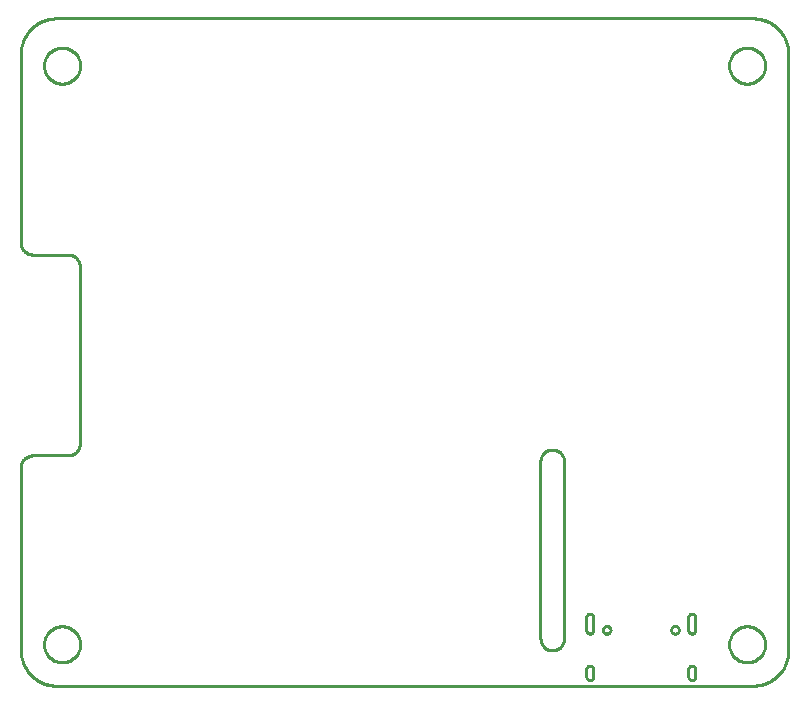
<source format=gko>
G04 EAGLE Gerber RS-274X export*
G75*
%MOMM*%
%FSLAX34Y34*%
%LPD*%
%IN*%
%IPPOS*%
%AMOC8*
5,1,8,0,0,1.08239X$1,22.5*%
G01*
%ADD10C,0.254000*%
%ADD11C,0.000000*%
%ADD12C,0.010000*%
%ADD13C,0.254000*%


D10*
X30000Y0D02*
X620000Y0D01*
X620725Y9D01*
X621449Y35D01*
X622173Y79D01*
X622895Y140D01*
X623616Y219D01*
X624335Y315D01*
X625051Y428D01*
X625764Y559D01*
X626474Y707D01*
X627179Y872D01*
X627881Y1054D01*
X628578Y1253D01*
X629271Y1468D01*
X629957Y1701D01*
X630638Y1950D01*
X631313Y2215D01*
X631981Y2496D01*
X632642Y2794D01*
X633296Y3107D01*
X633942Y3436D01*
X634580Y3781D01*
X635209Y4141D01*
X635829Y4516D01*
X636440Y4906D01*
X637042Y5310D01*
X637634Y5729D01*
X638215Y6163D01*
X638786Y6610D01*
X639345Y7071D01*
X639894Y7545D01*
X640430Y8032D01*
X640955Y8532D01*
X641468Y9045D01*
X641968Y9570D01*
X642455Y10106D01*
X642929Y10655D01*
X643390Y11214D01*
X643837Y11785D01*
X644271Y12366D01*
X644690Y12958D01*
X645094Y13560D01*
X645484Y14171D01*
X645859Y14791D01*
X646219Y15420D01*
X646564Y16058D01*
X646893Y16704D01*
X647206Y17358D01*
X647504Y18019D01*
X647785Y18687D01*
X648050Y19362D01*
X648299Y20043D01*
X648532Y20729D01*
X648747Y21422D01*
X648946Y22119D01*
X649128Y22821D01*
X649293Y23526D01*
X649441Y24236D01*
X649572Y24949D01*
X649685Y25665D01*
X649781Y26384D01*
X649860Y27105D01*
X649921Y27827D01*
X649965Y28551D01*
X649991Y29275D01*
X650000Y30000D01*
X650000Y535000D01*
X649991Y535725D01*
X649965Y536449D01*
X649921Y537173D01*
X649860Y537895D01*
X649781Y538616D01*
X649685Y539335D01*
X649572Y540051D01*
X649441Y540764D01*
X649293Y541474D01*
X649128Y542179D01*
X648946Y542881D01*
X648747Y543578D01*
X648532Y544271D01*
X648299Y544957D01*
X648050Y545638D01*
X647785Y546313D01*
X647504Y546981D01*
X647206Y547642D01*
X646893Y548296D01*
X646564Y548942D01*
X646219Y549580D01*
X645859Y550209D01*
X645484Y550829D01*
X645094Y551440D01*
X644690Y552042D01*
X644271Y552634D01*
X643837Y553215D01*
X643390Y553786D01*
X642929Y554345D01*
X642455Y554894D01*
X641968Y555430D01*
X641468Y555955D01*
X640955Y556468D01*
X640430Y556968D01*
X639894Y557455D01*
X639345Y557929D01*
X638786Y558390D01*
X638215Y558837D01*
X637634Y559271D01*
X637042Y559690D01*
X636440Y560094D01*
X635829Y560484D01*
X635209Y560859D01*
X634580Y561219D01*
X633942Y561564D01*
X633296Y561893D01*
X632642Y562206D01*
X631981Y562504D01*
X631313Y562785D01*
X630638Y563050D01*
X629957Y563299D01*
X629271Y563532D01*
X628578Y563747D01*
X627881Y563946D01*
X627179Y564128D01*
X626474Y564293D01*
X625764Y564441D01*
X625051Y564572D01*
X624335Y564685D01*
X623616Y564781D01*
X622895Y564860D01*
X622173Y564921D01*
X621449Y564965D01*
X620725Y564991D01*
X620000Y565000D01*
X30000Y565000D01*
X29275Y564991D01*
X28551Y564965D01*
X27827Y564921D01*
X27105Y564860D01*
X26384Y564781D01*
X25665Y564685D01*
X24949Y564572D01*
X24236Y564441D01*
X23526Y564293D01*
X22821Y564128D01*
X22119Y563946D01*
X21422Y563747D01*
X20729Y563532D01*
X20043Y563299D01*
X19362Y563050D01*
X18687Y562785D01*
X18019Y562504D01*
X17358Y562206D01*
X16704Y561893D01*
X16058Y561564D01*
X15420Y561219D01*
X14791Y560859D01*
X14171Y560484D01*
X13560Y560094D01*
X12958Y559690D01*
X12366Y559271D01*
X11785Y558837D01*
X11214Y558390D01*
X10655Y557929D01*
X10106Y557455D01*
X9570Y556968D01*
X9045Y556468D01*
X8532Y555955D01*
X8032Y555430D01*
X7545Y554894D01*
X7071Y554345D01*
X6610Y553786D01*
X6163Y553215D01*
X5729Y552634D01*
X5310Y552042D01*
X4906Y551440D01*
X4516Y550829D01*
X4141Y550209D01*
X3781Y549580D01*
X3436Y548942D01*
X3107Y548296D01*
X2794Y547642D01*
X2496Y546981D01*
X2215Y546313D01*
X1950Y545638D01*
X1701Y544957D01*
X1468Y544271D01*
X1253Y543578D01*
X1054Y542881D01*
X872Y542179D01*
X707Y541474D01*
X559Y540764D01*
X428Y540051D01*
X315Y539335D01*
X219Y538616D01*
X140Y537895D01*
X79Y537173D01*
X35Y536449D01*
X9Y535725D01*
X0Y535000D01*
X50000Y355000D02*
X50000Y205000D01*
X50000Y355000D02*
X49997Y355242D01*
X49988Y355483D01*
X49974Y355724D01*
X49953Y355965D01*
X49927Y356205D01*
X49895Y356445D01*
X49857Y356684D01*
X49814Y356921D01*
X49764Y357158D01*
X49709Y357393D01*
X49649Y357627D01*
X49582Y357859D01*
X49511Y358090D01*
X49433Y358319D01*
X49350Y358546D01*
X49262Y358771D01*
X49168Y358994D01*
X49069Y359214D01*
X48964Y359432D01*
X48855Y359647D01*
X48740Y359860D01*
X48620Y360070D01*
X48495Y360276D01*
X48365Y360480D01*
X48230Y360681D01*
X48090Y360878D01*
X47946Y361072D01*
X47797Y361262D01*
X47643Y361448D01*
X47485Y361631D01*
X47323Y361810D01*
X47156Y361985D01*
X46985Y362156D01*
X46810Y362323D01*
X46631Y362485D01*
X46448Y362643D01*
X46262Y362797D01*
X46072Y362946D01*
X45878Y363090D01*
X45681Y363230D01*
X45480Y363365D01*
X45276Y363495D01*
X45070Y363620D01*
X44860Y363740D01*
X44647Y363855D01*
X44432Y363964D01*
X44214Y364069D01*
X43994Y364168D01*
X43771Y364262D01*
X43546Y364350D01*
X43319Y364433D01*
X43090Y364511D01*
X42859Y364582D01*
X42627Y364649D01*
X42393Y364709D01*
X42158Y364764D01*
X41921Y364814D01*
X41684Y364857D01*
X41445Y364895D01*
X41205Y364927D01*
X40965Y364953D01*
X40724Y364974D01*
X40483Y364988D01*
X40242Y364997D01*
X40000Y365000D01*
X10000Y365000D01*
X9758Y365003D01*
X9517Y365012D01*
X9276Y365026D01*
X9035Y365047D01*
X8795Y365073D01*
X8555Y365105D01*
X8316Y365143D01*
X8079Y365186D01*
X7842Y365236D01*
X7607Y365291D01*
X7373Y365351D01*
X7141Y365418D01*
X6910Y365489D01*
X6681Y365567D01*
X6454Y365650D01*
X6229Y365738D01*
X6006Y365832D01*
X5786Y365931D01*
X5568Y366036D01*
X5353Y366145D01*
X5140Y366260D01*
X4930Y366380D01*
X4724Y366505D01*
X4520Y366635D01*
X4319Y366770D01*
X4122Y366910D01*
X3928Y367054D01*
X3738Y367203D01*
X3552Y367357D01*
X3369Y367515D01*
X3190Y367677D01*
X3015Y367844D01*
X2844Y368015D01*
X2677Y368190D01*
X2515Y368369D01*
X2357Y368552D01*
X2203Y368738D01*
X2054Y368928D01*
X1910Y369122D01*
X1770Y369319D01*
X1635Y369520D01*
X1505Y369724D01*
X1380Y369930D01*
X1260Y370140D01*
X1145Y370353D01*
X1036Y370568D01*
X931Y370786D01*
X832Y371006D01*
X738Y371229D01*
X650Y371454D01*
X567Y371681D01*
X489Y371910D01*
X418Y372141D01*
X351Y372373D01*
X291Y372607D01*
X236Y372842D01*
X186Y373079D01*
X143Y373316D01*
X105Y373555D01*
X73Y373795D01*
X47Y374035D01*
X26Y374276D01*
X12Y374517D01*
X3Y374758D01*
X0Y375000D01*
X0Y535000D01*
X0Y185000D02*
X0Y30000D01*
X0Y185000D02*
X3Y185242D01*
X12Y185483D01*
X26Y185724D01*
X47Y185965D01*
X73Y186205D01*
X105Y186445D01*
X143Y186684D01*
X186Y186921D01*
X236Y187158D01*
X291Y187393D01*
X351Y187627D01*
X418Y187859D01*
X489Y188090D01*
X567Y188319D01*
X650Y188546D01*
X738Y188771D01*
X832Y188994D01*
X931Y189214D01*
X1036Y189432D01*
X1145Y189647D01*
X1260Y189860D01*
X1380Y190070D01*
X1505Y190276D01*
X1635Y190480D01*
X1770Y190681D01*
X1910Y190878D01*
X2054Y191072D01*
X2203Y191262D01*
X2357Y191448D01*
X2515Y191631D01*
X2677Y191810D01*
X2844Y191985D01*
X3015Y192156D01*
X3190Y192323D01*
X3369Y192485D01*
X3552Y192643D01*
X3738Y192797D01*
X3928Y192946D01*
X4122Y193090D01*
X4319Y193230D01*
X4520Y193365D01*
X4724Y193495D01*
X4930Y193620D01*
X5140Y193740D01*
X5353Y193855D01*
X5568Y193964D01*
X5786Y194069D01*
X6006Y194168D01*
X6229Y194262D01*
X6454Y194350D01*
X6681Y194433D01*
X6910Y194511D01*
X7141Y194582D01*
X7373Y194649D01*
X7607Y194709D01*
X7842Y194764D01*
X8079Y194814D01*
X8316Y194857D01*
X8555Y194895D01*
X8795Y194927D01*
X9035Y194953D01*
X9276Y194974D01*
X9517Y194988D01*
X9758Y194997D01*
X10000Y195000D01*
X40000Y195000D01*
X40242Y195003D01*
X40483Y195012D01*
X40724Y195026D01*
X40965Y195047D01*
X41205Y195073D01*
X41445Y195105D01*
X41684Y195143D01*
X41921Y195186D01*
X42158Y195236D01*
X42393Y195291D01*
X42627Y195351D01*
X42859Y195418D01*
X43090Y195489D01*
X43319Y195567D01*
X43546Y195650D01*
X43771Y195738D01*
X43994Y195832D01*
X44214Y195931D01*
X44432Y196036D01*
X44647Y196145D01*
X44860Y196260D01*
X45070Y196380D01*
X45276Y196505D01*
X45480Y196635D01*
X45681Y196770D01*
X45878Y196910D01*
X46072Y197054D01*
X46262Y197203D01*
X46448Y197357D01*
X46631Y197515D01*
X46810Y197677D01*
X46985Y197844D01*
X47156Y198015D01*
X47323Y198190D01*
X47485Y198369D01*
X47643Y198552D01*
X47797Y198738D01*
X47946Y198928D01*
X48090Y199122D01*
X48230Y199319D01*
X48365Y199520D01*
X48495Y199724D01*
X48620Y199930D01*
X48740Y200140D01*
X48855Y200353D01*
X48964Y200568D01*
X49069Y200786D01*
X49168Y201006D01*
X49262Y201229D01*
X49350Y201454D01*
X49433Y201681D01*
X49511Y201910D01*
X49582Y202141D01*
X49649Y202373D01*
X49709Y202607D01*
X49764Y202842D01*
X49814Y203079D01*
X49857Y203316D01*
X49895Y203555D01*
X49927Y203795D01*
X49953Y204035D01*
X49974Y204276D01*
X49988Y204517D01*
X49997Y204758D01*
X50000Y205000D01*
X0Y30000D02*
X9Y29275D01*
X35Y28551D01*
X79Y27827D01*
X140Y27105D01*
X219Y26384D01*
X315Y25665D01*
X428Y24949D01*
X559Y24236D01*
X707Y23526D01*
X872Y22821D01*
X1054Y22119D01*
X1253Y21422D01*
X1468Y20729D01*
X1701Y20043D01*
X1950Y19362D01*
X2215Y18687D01*
X2496Y18019D01*
X2794Y17358D01*
X3107Y16704D01*
X3436Y16058D01*
X3781Y15420D01*
X4141Y14791D01*
X4516Y14171D01*
X4906Y13560D01*
X5310Y12958D01*
X5729Y12366D01*
X6163Y11785D01*
X6610Y11214D01*
X7071Y10655D01*
X7545Y10106D01*
X8032Y9570D01*
X8532Y9045D01*
X9045Y8532D01*
X9570Y8032D01*
X10106Y7545D01*
X10655Y7071D01*
X11214Y6610D01*
X11785Y6163D01*
X12366Y5729D01*
X12958Y5310D01*
X13560Y4906D01*
X14171Y4516D01*
X14791Y4141D01*
X15420Y3781D01*
X16058Y3436D01*
X16704Y3107D01*
X17358Y2794D01*
X18019Y2496D01*
X18687Y2215D01*
X19362Y1950D01*
X20043Y1701D01*
X20729Y1468D01*
X21422Y1253D01*
X22119Y1054D01*
X22821Y872D01*
X23526Y707D01*
X24236Y559D01*
X24949Y428D01*
X25665Y315D01*
X26384Y219D01*
X27105Y140D01*
X27827Y79D01*
X28551Y35D01*
X29275Y9D01*
X30000Y0D01*
X450000Y30000D02*
X450242Y30003D01*
X450483Y30012D01*
X450724Y30026D01*
X450965Y30047D01*
X451205Y30073D01*
X451445Y30105D01*
X451684Y30143D01*
X451921Y30186D01*
X452158Y30236D01*
X452393Y30291D01*
X452627Y30351D01*
X452859Y30418D01*
X453090Y30489D01*
X453319Y30567D01*
X453546Y30650D01*
X453771Y30738D01*
X453994Y30832D01*
X454214Y30931D01*
X454432Y31036D01*
X454647Y31145D01*
X454860Y31260D01*
X455070Y31380D01*
X455276Y31505D01*
X455480Y31635D01*
X455681Y31770D01*
X455878Y31910D01*
X456072Y32054D01*
X456262Y32203D01*
X456448Y32357D01*
X456631Y32515D01*
X456810Y32677D01*
X456985Y32844D01*
X457156Y33015D01*
X457323Y33190D01*
X457485Y33369D01*
X457643Y33552D01*
X457797Y33738D01*
X457946Y33928D01*
X458090Y34122D01*
X458230Y34319D01*
X458365Y34520D01*
X458495Y34724D01*
X458620Y34930D01*
X458740Y35140D01*
X458855Y35353D01*
X458964Y35568D01*
X459069Y35786D01*
X459168Y36006D01*
X459262Y36229D01*
X459350Y36454D01*
X459433Y36681D01*
X459511Y36910D01*
X459582Y37141D01*
X459649Y37373D01*
X459709Y37607D01*
X459764Y37842D01*
X459814Y38079D01*
X459857Y38316D01*
X459895Y38555D01*
X459927Y38795D01*
X459953Y39035D01*
X459974Y39276D01*
X459988Y39517D01*
X459997Y39758D01*
X460000Y40000D01*
X460000Y190000D01*
X459997Y190242D01*
X459988Y190483D01*
X459974Y190724D01*
X459953Y190965D01*
X459927Y191205D01*
X459895Y191445D01*
X459857Y191684D01*
X459814Y191921D01*
X459764Y192158D01*
X459709Y192393D01*
X459649Y192627D01*
X459582Y192859D01*
X459511Y193090D01*
X459433Y193319D01*
X459350Y193546D01*
X459262Y193771D01*
X459168Y193994D01*
X459069Y194214D01*
X458964Y194432D01*
X458855Y194647D01*
X458740Y194860D01*
X458620Y195070D01*
X458495Y195276D01*
X458365Y195480D01*
X458230Y195681D01*
X458090Y195878D01*
X457946Y196072D01*
X457797Y196262D01*
X457643Y196448D01*
X457485Y196631D01*
X457323Y196810D01*
X457156Y196985D01*
X456985Y197156D01*
X456810Y197323D01*
X456631Y197485D01*
X456448Y197643D01*
X456262Y197797D01*
X456072Y197946D01*
X455878Y198090D01*
X455681Y198230D01*
X455480Y198365D01*
X455276Y198495D01*
X455070Y198620D01*
X454860Y198740D01*
X454647Y198855D01*
X454432Y198964D01*
X454214Y199069D01*
X453994Y199168D01*
X453771Y199262D01*
X453546Y199350D01*
X453319Y199433D01*
X453090Y199511D01*
X452859Y199582D01*
X452627Y199649D01*
X452393Y199709D01*
X452158Y199764D01*
X451921Y199814D01*
X451684Y199857D01*
X451445Y199895D01*
X451205Y199927D01*
X450965Y199953D01*
X450724Y199974D01*
X450483Y199988D01*
X450242Y199997D01*
X450000Y200000D01*
X449758Y199997D01*
X449517Y199988D01*
X449276Y199974D01*
X449035Y199953D01*
X448795Y199927D01*
X448555Y199895D01*
X448316Y199857D01*
X448079Y199814D01*
X447842Y199764D01*
X447607Y199709D01*
X447373Y199649D01*
X447141Y199582D01*
X446910Y199511D01*
X446681Y199433D01*
X446454Y199350D01*
X446229Y199262D01*
X446006Y199168D01*
X445786Y199069D01*
X445568Y198964D01*
X445353Y198855D01*
X445140Y198740D01*
X444930Y198620D01*
X444724Y198495D01*
X444520Y198365D01*
X444319Y198230D01*
X444122Y198090D01*
X443928Y197946D01*
X443738Y197797D01*
X443552Y197643D01*
X443369Y197485D01*
X443190Y197323D01*
X443015Y197156D01*
X442844Y196985D01*
X442677Y196810D01*
X442515Y196631D01*
X442357Y196448D01*
X442203Y196262D01*
X442054Y196072D01*
X441910Y195878D01*
X441770Y195681D01*
X441635Y195480D01*
X441505Y195276D01*
X441380Y195070D01*
X441260Y194860D01*
X441145Y194647D01*
X441036Y194432D01*
X440931Y194214D01*
X440832Y193994D01*
X440738Y193771D01*
X440650Y193546D01*
X440567Y193319D01*
X440489Y193090D01*
X440418Y192859D01*
X440351Y192627D01*
X440291Y192393D01*
X440236Y192158D01*
X440186Y191921D01*
X440143Y191684D01*
X440105Y191445D01*
X440073Y191205D01*
X440047Y190965D01*
X440026Y190724D01*
X440012Y190483D01*
X440003Y190242D01*
X440000Y190000D01*
X440000Y40000D01*
X440003Y39758D01*
X440012Y39517D01*
X440026Y39276D01*
X440047Y39035D01*
X440073Y38795D01*
X440105Y38555D01*
X440143Y38316D01*
X440186Y38079D01*
X440236Y37842D01*
X440291Y37607D01*
X440351Y37373D01*
X440418Y37141D01*
X440489Y36910D01*
X440567Y36681D01*
X440650Y36454D01*
X440738Y36229D01*
X440832Y36006D01*
X440931Y35786D01*
X441036Y35568D01*
X441145Y35353D01*
X441260Y35140D01*
X441380Y34930D01*
X441505Y34724D01*
X441635Y34520D01*
X441770Y34319D01*
X441910Y34122D01*
X442054Y33928D01*
X442203Y33738D01*
X442357Y33552D01*
X442515Y33369D01*
X442677Y33190D01*
X442844Y33015D01*
X443015Y32844D01*
X443190Y32677D01*
X443369Y32515D01*
X443552Y32357D01*
X443738Y32203D01*
X443928Y32054D01*
X444122Y31910D01*
X444319Y31770D01*
X444520Y31635D01*
X444724Y31505D01*
X444930Y31380D01*
X445140Y31260D01*
X445353Y31145D01*
X445568Y31036D01*
X445786Y30931D01*
X446006Y30832D01*
X446229Y30738D01*
X446454Y30650D01*
X446681Y30567D01*
X446910Y30489D01*
X447141Y30418D01*
X447373Y30351D01*
X447607Y30291D01*
X447842Y30236D01*
X448079Y30186D01*
X448316Y30143D01*
X448555Y30105D01*
X448795Y30073D01*
X449035Y30047D01*
X449276Y30026D01*
X449517Y30012D01*
X449758Y30003D01*
X450000Y30000D01*
D11*
X492850Y47340D02*
X492852Y47453D01*
X492858Y47567D01*
X492868Y47680D01*
X492882Y47792D01*
X492899Y47904D01*
X492921Y48016D01*
X492947Y48126D01*
X492976Y48236D01*
X493009Y48344D01*
X493046Y48452D01*
X493087Y48557D01*
X493131Y48662D01*
X493179Y48765D01*
X493230Y48866D01*
X493285Y48965D01*
X493344Y49062D01*
X493406Y49157D01*
X493471Y49250D01*
X493539Y49341D01*
X493610Y49429D01*
X493685Y49515D01*
X493762Y49598D01*
X493842Y49678D01*
X493925Y49755D01*
X494011Y49830D01*
X494099Y49901D01*
X494190Y49969D01*
X494283Y50034D01*
X494378Y50096D01*
X494475Y50155D01*
X494574Y50210D01*
X494675Y50261D01*
X494778Y50309D01*
X494883Y50353D01*
X494988Y50394D01*
X495096Y50431D01*
X495204Y50464D01*
X495314Y50493D01*
X495424Y50519D01*
X495536Y50541D01*
X495648Y50558D01*
X495760Y50572D01*
X495873Y50582D01*
X495987Y50588D01*
X496100Y50590D01*
X496213Y50588D01*
X496327Y50582D01*
X496440Y50572D01*
X496552Y50558D01*
X496664Y50541D01*
X496776Y50519D01*
X496886Y50493D01*
X496996Y50464D01*
X497104Y50431D01*
X497212Y50394D01*
X497317Y50353D01*
X497422Y50309D01*
X497525Y50261D01*
X497626Y50210D01*
X497725Y50155D01*
X497822Y50096D01*
X497917Y50034D01*
X498010Y49969D01*
X498101Y49901D01*
X498189Y49830D01*
X498275Y49755D01*
X498358Y49678D01*
X498438Y49598D01*
X498515Y49515D01*
X498590Y49429D01*
X498661Y49341D01*
X498729Y49250D01*
X498794Y49157D01*
X498856Y49062D01*
X498915Y48965D01*
X498970Y48866D01*
X499021Y48765D01*
X499069Y48662D01*
X499113Y48557D01*
X499154Y48452D01*
X499191Y48344D01*
X499224Y48236D01*
X499253Y48126D01*
X499279Y48016D01*
X499301Y47904D01*
X499318Y47792D01*
X499332Y47680D01*
X499342Y47567D01*
X499348Y47453D01*
X499350Y47340D01*
X499348Y47227D01*
X499342Y47113D01*
X499332Y47000D01*
X499318Y46888D01*
X499301Y46776D01*
X499279Y46664D01*
X499253Y46554D01*
X499224Y46444D01*
X499191Y46336D01*
X499154Y46228D01*
X499113Y46123D01*
X499069Y46018D01*
X499021Y45915D01*
X498970Y45814D01*
X498915Y45715D01*
X498856Y45618D01*
X498794Y45523D01*
X498729Y45430D01*
X498661Y45339D01*
X498590Y45251D01*
X498515Y45165D01*
X498438Y45082D01*
X498358Y45002D01*
X498275Y44925D01*
X498189Y44850D01*
X498101Y44779D01*
X498010Y44711D01*
X497917Y44646D01*
X497822Y44584D01*
X497725Y44525D01*
X497626Y44470D01*
X497525Y44419D01*
X497422Y44371D01*
X497317Y44327D01*
X497212Y44286D01*
X497104Y44249D01*
X496996Y44216D01*
X496886Y44187D01*
X496776Y44161D01*
X496664Y44139D01*
X496552Y44122D01*
X496440Y44108D01*
X496327Y44098D01*
X496213Y44092D01*
X496100Y44090D01*
X495987Y44092D01*
X495873Y44098D01*
X495760Y44108D01*
X495648Y44122D01*
X495536Y44139D01*
X495424Y44161D01*
X495314Y44187D01*
X495204Y44216D01*
X495096Y44249D01*
X494988Y44286D01*
X494883Y44327D01*
X494778Y44371D01*
X494675Y44419D01*
X494574Y44470D01*
X494475Y44525D01*
X494378Y44584D01*
X494283Y44646D01*
X494190Y44711D01*
X494099Y44779D01*
X494011Y44850D01*
X493925Y44925D01*
X493842Y45002D01*
X493762Y45082D01*
X493685Y45165D01*
X493610Y45251D01*
X493539Y45339D01*
X493471Y45430D01*
X493406Y45523D01*
X493344Y45618D01*
X493285Y45715D01*
X493230Y45814D01*
X493179Y45915D01*
X493131Y46018D01*
X493087Y46123D01*
X493046Y46228D01*
X493009Y46336D01*
X492976Y46444D01*
X492947Y46554D01*
X492921Y46664D01*
X492899Y46776D01*
X492882Y46888D01*
X492868Y47000D01*
X492858Y47113D01*
X492852Y47227D01*
X492850Y47340D01*
X550650Y47340D02*
X550652Y47453D01*
X550658Y47567D01*
X550668Y47680D01*
X550682Y47792D01*
X550699Y47904D01*
X550721Y48016D01*
X550747Y48126D01*
X550776Y48236D01*
X550809Y48344D01*
X550846Y48452D01*
X550887Y48557D01*
X550931Y48662D01*
X550979Y48765D01*
X551030Y48866D01*
X551085Y48965D01*
X551144Y49062D01*
X551206Y49157D01*
X551271Y49250D01*
X551339Y49341D01*
X551410Y49429D01*
X551485Y49515D01*
X551562Y49598D01*
X551642Y49678D01*
X551725Y49755D01*
X551811Y49830D01*
X551899Y49901D01*
X551990Y49969D01*
X552083Y50034D01*
X552178Y50096D01*
X552275Y50155D01*
X552374Y50210D01*
X552475Y50261D01*
X552578Y50309D01*
X552683Y50353D01*
X552788Y50394D01*
X552896Y50431D01*
X553004Y50464D01*
X553114Y50493D01*
X553224Y50519D01*
X553336Y50541D01*
X553448Y50558D01*
X553560Y50572D01*
X553673Y50582D01*
X553787Y50588D01*
X553900Y50590D01*
X554013Y50588D01*
X554127Y50582D01*
X554240Y50572D01*
X554352Y50558D01*
X554464Y50541D01*
X554576Y50519D01*
X554686Y50493D01*
X554796Y50464D01*
X554904Y50431D01*
X555012Y50394D01*
X555117Y50353D01*
X555222Y50309D01*
X555325Y50261D01*
X555426Y50210D01*
X555525Y50155D01*
X555622Y50096D01*
X555717Y50034D01*
X555810Y49969D01*
X555901Y49901D01*
X555989Y49830D01*
X556075Y49755D01*
X556158Y49678D01*
X556238Y49598D01*
X556315Y49515D01*
X556390Y49429D01*
X556461Y49341D01*
X556529Y49250D01*
X556594Y49157D01*
X556656Y49062D01*
X556715Y48965D01*
X556770Y48866D01*
X556821Y48765D01*
X556869Y48662D01*
X556913Y48557D01*
X556954Y48452D01*
X556991Y48344D01*
X557024Y48236D01*
X557053Y48126D01*
X557079Y48016D01*
X557101Y47904D01*
X557118Y47792D01*
X557132Y47680D01*
X557142Y47567D01*
X557148Y47453D01*
X557150Y47340D01*
X557148Y47227D01*
X557142Y47113D01*
X557132Y47000D01*
X557118Y46888D01*
X557101Y46776D01*
X557079Y46664D01*
X557053Y46554D01*
X557024Y46444D01*
X556991Y46336D01*
X556954Y46228D01*
X556913Y46123D01*
X556869Y46018D01*
X556821Y45915D01*
X556770Y45814D01*
X556715Y45715D01*
X556656Y45618D01*
X556594Y45523D01*
X556529Y45430D01*
X556461Y45339D01*
X556390Y45251D01*
X556315Y45165D01*
X556238Y45082D01*
X556158Y45002D01*
X556075Y44925D01*
X555989Y44850D01*
X555901Y44779D01*
X555810Y44711D01*
X555717Y44646D01*
X555622Y44584D01*
X555525Y44525D01*
X555426Y44470D01*
X555325Y44419D01*
X555222Y44371D01*
X555117Y44327D01*
X555012Y44286D01*
X554904Y44249D01*
X554796Y44216D01*
X554686Y44187D01*
X554576Y44161D01*
X554464Y44139D01*
X554352Y44122D01*
X554240Y44108D01*
X554127Y44098D01*
X554013Y44092D01*
X553900Y44090D01*
X553787Y44092D01*
X553673Y44098D01*
X553560Y44108D01*
X553448Y44122D01*
X553336Y44139D01*
X553224Y44161D01*
X553114Y44187D01*
X553004Y44216D01*
X552896Y44249D01*
X552788Y44286D01*
X552683Y44327D01*
X552578Y44371D01*
X552475Y44419D01*
X552374Y44470D01*
X552275Y44525D01*
X552178Y44584D01*
X552083Y44646D01*
X551990Y44711D01*
X551899Y44779D01*
X551811Y44850D01*
X551725Y44925D01*
X551642Y45002D01*
X551562Y45082D01*
X551485Y45165D01*
X551410Y45251D01*
X551339Y45339D01*
X551271Y45430D01*
X551206Y45523D01*
X551144Y45618D01*
X551085Y45715D01*
X551030Y45814D01*
X550979Y45915D01*
X550931Y46018D01*
X550887Y46123D01*
X550846Y46228D01*
X550809Y46336D01*
X550776Y46444D01*
X550747Y46554D01*
X550721Y46664D01*
X550699Y46776D01*
X550682Y46888D01*
X550668Y47000D01*
X550658Y47113D01*
X550652Y47227D01*
X550650Y47340D01*
D12*
X478800Y13990D02*
X478800Y7790D01*
X484800Y7790D02*
X484800Y13990D01*
X484798Y14098D01*
X484792Y14206D01*
X484782Y14314D01*
X484769Y14422D01*
X484751Y14529D01*
X484730Y14635D01*
X484705Y14740D01*
X484676Y14845D01*
X484643Y14948D01*
X484607Y15050D01*
X484566Y15151D01*
X484523Y15250D01*
X484475Y15347D01*
X484425Y15443D01*
X484371Y15537D01*
X484313Y15628D01*
X484252Y15718D01*
X484188Y15806D01*
X484121Y15891D01*
X484051Y15973D01*
X483978Y16053D01*
X483902Y16130D01*
X483823Y16205D01*
X483742Y16276D01*
X483658Y16345D01*
X483572Y16411D01*
X483484Y16473D01*
X483393Y16532D01*
X483300Y16588D01*
X483205Y16641D01*
X483109Y16690D01*
X483010Y16735D01*
X482910Y16777D01*
X482809Y16815D01*
X482706Y16850D01*
X482603Y16881D01*
X482498Y16908D01*
X482392Y16931D01*
X482285Y16950D01*
X482178Y16966D01*
X482070Y16978D01*
X481962Y16986D01*
X481854Y16990D01*
X481746Y16990D01*
X481638Y16986D01*
X481530Y16978D01*
X481422Y16966D01*
X481315Y16950D01*
X481208Y16931D01*
X481102Y16908D01*
X480997Y16881D01*
X480894Y16850D01*
X480791Y16815D01*
X480690Y16777D01*
X480590Y16735D01*
X480491Y16690D01*
X480395Y16641D01*
X480300Y16588D01*
X480207Y16532D01*
X480116Y16473D01*
X480028Y16411D01*
X479942Y16345D01*
X479858Y16276D01*
X479777Y16205D01*
X479698Y16130D01*
X479622Y16053D01*
X479549Y15973D01*
X479479Y15891D01*
X479412Y15806D01*
X479348Y15718D01*
X479287Y15628D01*
X479229Y15537D01*
X479175Y15443D01*
X479125Y15347D01*
X479077Y15250D01*
X479034Y15151D01*
X478993Y15050D01*
X478957Y14948D01*
X478924Y14845D01*
X478895Y14740D01*
X478870Y14635D01*
X478849Y14529D01*
X478831Y14422D01*
X478818Y14314D01*
X478808Y14206D01*
X478802Y14098D01*
X478800Y13990D01*
X478800Y7790D02*
X478802Y7682D01*
X478808Y7574D01*
X478818Y7466D01*
X478831Y7358D01*
X478849Y7251D01*
X478870Y7145D01*
X478895Y7040D01*
X478924Y6935D01*
X478957Y6832D01*
X478993Y6730D01*
X479034Y6629D01*
X479077Y6530D01*
X479125Y6433D01*
X479175Y6337D01*
X479229Y6243D01*
X479287Y6152D01*
X479348Y6062D01*
X479412Y5974D01*
X479479Y5889D01*
X479549Y5807D01*
X479622Y5727D01*
X479698Y5650D01*
X479777Y5575D01*
X479858Y5504D01*
X479942Y5435D01*
X480028Y5369D01*
X480116Y5307D01*
X480207Y5248D01*
X480300Y5192D01*
X480395Y5139D01*
X480491Y5090D01*
X480590Y5045D01*
X480690Y5003D01*
X480791Y4965D01*
X480894Y4930D01*
X480997Y4899D01*
X481102Y4872D01*
X481208Y4849D01*
X481315Y4830D01*
X481422Y4814D01*
X481530Y4802D01*
X481638Y4794D01*
X481746Y4790D01*
X481854Y4790D01*
X481962Y4794D01*
X482070Y4802D01*
X482178Y4814D01*
X482285Y4830D01*
X482392Y4849D01*
X482498Y4872D01*
X482603Y4899D01*
X482706Y4930D01*
X482809Y4965D01*
X482910Y5003D01*
X483010Y5045D01*
X483109Y5090D01*
X483205Y5139D01*
X483300Y5192D01*
X483393Y5248D01*
X483484Y5307D01*
X483572Y5369D01*
X483658Y5435D01*
X483742Y5504D01*
X483823Y5575D01*
X483902Y5650D01*
X483978Y5727D01*
X484051Y5807D01*
X484121Y5889D01*
X484188Y5974D01*
X484252Y6062D01*
X484313Y6152D01*
X484371Y6243D01*
X484425Y6337D01*
X484475Y6433D01*
X484523Y6530D01*
X484566Y6629D01*
X484607Y6730D01*
X484643Y6832D01*
X484676Y6935D01*
X484705Y7040D01*
X484730Y7145D01*
X484751Y7251D01*
X484769Y7358D01*
X484782Y7466D01*
X484792Y7574D01*
X484798Y7682D01*
X484800Y7790D01*
X478800Y47140D02*
X478800Y58140D01*
X484800Y58140D02*
X484800Y47140D01*
X484798Y47032D01*
X484792Y46924D01*
X484782Y46816D01*
X484769Y46708D01*
X484751Y46601D01*
X484730Y46495D01*
X484705Y46390D01*
X484676Y46285D01*
X484643Y46182D01*
X484607Y46080D01*
X484566Y45979D01*
X484523Y45880D01*
X484475Y45783D01*
X484425Y45687D01*
X484371Y45593D01*
X484313Y45502D01*
X484252Y45412D01*
X484188Y45324D01*
X484121Y45239D01*
X484051Y45157D01*
X483978Y45077D01*
X483902Y45000D01*
X483823Y44925D01*
X483742Y44854D01*
X483658Y44785D01*
X483572Y44719D01*
X483484Y44657D01*
X483393Y44598D01*
X483300Y44542D01*
X483205Y44489D01*
X483109Y44440D01*
X483010Y44395D01*
X482910Y44353D01*
X482809Y44315D01*
X482706Y44280D01*
X482603Y44249D01*
X482498Y44222D01*
X482392Y44199D01*
X482285Y44180D01*
X482178Y44164D01*
X482070Y44152D01*
X481962Y44144D01*
X481854Y44140D01*
X481746Y44140D01*
X481638Y44144D01*
X481530Y44152D01*
X481422Y44164D01*
X481315Y44180D01*
X481208Y44199D01*
X481102Y44222D01*
X480997Y44249D01*
X480894Y44280D01*
X480791Y44315D01*
X480690Y44353D01*
X480590Y44395D01*
X480491Y44440D01*
X480395Y44489D01*
X480300Y44542D01*
X480207Y44598D01*
X480116Y44657D01*
X480028Y44719D01*
X479942Y44785D01*
X479858Y44854D01*
X479777Y44925D01*
X479698Y45000D01*
X479622Y45077D01*
X479549Y45157D01*
X479479Y45239D01*
X479412Y45324D01*
X479348Y45412D01*
X479287Y45502D01*
X479229Y45593D01*
X479175Y45687D01*
X479125Y45783D01*
X479077Y45880D01*
X479034Y45979D01*
X478993Y46080D01*
X478957Y46182D01*
X478924Y46285D01*
X478895Y46390D01*
X478870Y46495D01*
X478849Y46601D01*
X478831Y46708D01*
X478818Y46816D01*
X478808Y46924D01*
X478802Y47032D01*
X478800Y47140D01*
X478800Y58140D02*
X478802Y58248D01*
X478808Y58356D01*
X478818Y58464D01*
X478831Y58572D01*
X478849Y58679D01*
X478870Y58785D01*
X478895Y58890D01*
X478924Y58995D01*
X478957Y59098D01*
X478993Y59200D01*
X479034Y59301D01*
X479077Y59400D01*
X479125Y59497D01*
X479175Y59593D01*
X479229Y59687D01*
X479287Y59778D01*
X479348Y59868D01*
X479412Y59956D01*
X479479Y60041D01*
X479549Y60123D01*
X479622Y60203D01*
X479698Y60280D01*
X479777Y60355D01*
X479858Y60426D01*
X479942Y60495D01*
X480028Y60561D01*
X480116Y60623D01*
X480207Y60682D01*
X480300Y60738D01*
X480395Y60791D01*
X480491Y60840D01*
X480590Y60885D01*
X480690Y60927D01*
X480791Y60965D01*
X480894Y61000D01*
X480997Y61031D01*
X481102Y61058D01*
X481208Y61081D01*
X481315Y61100D01*
X481422Y61116D01*
X481530Y61128D01*
X481638Y61136D01*
X481746Y61140D01*
X481854Y61140D01*
X481962Y61136D01*
X482070Y61128D01*
X482178Y61116D01*
X482285Y61100D01*
X482392Y61081D01*
X482498Y61058D01*
X482603Y61031D01*
X482706Y61000D01*
X482809Y60965D01*
X482910Y60927D01*
X483010Y60885D01*
X483109Y60840D01*
X483205Y60791D01*
X483300Y60738D01*
X483393Y60682D01*
X483484Y60623D01*
X483572Y60561D01*
X483658Y60495D01*
X483742Y60426D01*
X483823Y60355D01*
X483902Y60280D01*
X483978Y60203D01*
X484051Y60123D01*
X484121Y60041D01*
X484188Y59956D01*
X484252Y59868D01*
X484313Y59778D01*
X484371Y59687D01*
X484425Y59593D01*
X484475Y59497D01*
X484523Y59400D01*
X484566Y59301D01*
X484607Y59200D01*
X484643Y59098D01*
X484676Y58995D01*
X484705Y58890D01*
X484730Y58785D01*
X484751Y58679D01*
X484769Y58572D01*
X484782Y58464D01*
X484792Y58356D01*
X484798Y58248D01*
X484800Y58140D01*
X565200Y13990D02*
X565200Y7790D01*
X571200Y7790D02*
X571200Y13990D01*
X571198Y14098D01*
X571192Y14206D01*
X571182Y14314D01*
X571169Y14422D01*
X571151Y14529D01*
X571130Y14635D01*
X571105Y14740D01*
X571076Y14845D01*
X571043Y14948D01*
X571007Y15050D01*
X570966Y15151D01*
X570923Y15250D01*
X570875Y15347D01*
X570825Y15443D01*
X570771Y15537D01*
X570713Y15628D01*
X570652Y15718D01*
X570588Y15806D01*
X570521Y15891D01*
X570451Y15973D01*
X570378Y16053D01*
X570302Y16130D01*
X570223Y16205D01*
X570142Y16276D01*
X570058Y16345D01*
X569972Y16411D01*
X569884Y16473D01*
X569793Y16532D01*
X569700Y16588D01*
X569605Y16641D01*
X569509Y16690D01*
X569410Y16735D01*
X569310Y16777D01*
X569209Y16815D01*
X569106Y16850D01*
X569003Y16881D01*
X568898Y16908D01*
X568792Y16931D01*
X568685Y16950D01*
X568578Y16966D01*
X568470Y16978D01*
X568362Y16986D01*
X568254Y16990D01*
X568146Y16990D01*
X568038Y16986D01*
X567930Y16978D01*
X567822Y16966D01*
X567715Y16950D01*
X567608Y16931D01*
X567502Y16908D01*
X567397Y16881D01*
X567294Y16850D01*
X567191Y16815D01*
X567090Y16777D01*
X566990Y16735D01*
X566891Y16690D01*
X566795Y16641D01*
X566700Y16588D01*
X566607Y16532D01*
X566516Y16473D01*
X566428Y16411D01*
X566342Y16345D01*
X566258Y16276D01*
X566177Y16205D01*
X566098Y16130D01*
X566022Y16053D01*
X565949Y15973D01*
X565879Y15891D01*
X565812Y15806D01*
X565748Y15718D01*
X565687Y15628D01*
X565629Y15537D01*
X565575Y15443D01*
X565525Y15347D01*
X565477Y15250D01*
X565434Y15151D01*
X565393Y15050D01*
X565357Y14948D01*
X565324Y14845D01*
X565295Y14740D01*
X565270Y14635D01*
X565249Y14529D01*
X565231Y14422D01*
X565218Y14314D01*
X565208Y14206D01*
X565202Y14098D01*
X565200Y13990D01*
X565200Y7790D02*
X565202Y7682D01*
X565208Y7574D01*
X565218Y7466D01*
X565231Y7358D01*
X565249Y7251D01*
X565270Y7145D01*
X565295Y7040D01*
X565324Y6935D01*
X565357Y6832D01*
X565393Y6730D01*
X565434Y6629D01*
X565477Y6530D01*
X565525Y6433D01*
X565575Y6337D01*
X565629Y6243D01*
X565687Y6152D01*
X565748Y6062D01*
X565812Y5974D01*
X565879Y5889D01*
X565949Y5807D01*
X566022Y5727D01*
X566098Y5650D01*
X566177Y5575D01*
X566258Y5504D01*
X566342Y5435D01*
X566428Y5369D01*
X566516Y5307D01*
X566607Y5248D01*
X566700Y5192D01*
X566795Y5139D01*
X566891Y5090D01*
X566990Y5045D01*
X567090Y5003D01*
X567191Y4965D01*
X567294Y4930D01*
X567397Y4899D01*
X567502Y4872D01*
X567608Y4849D01*
X567715Y4830D01*
X567822Y4814D01*
X567930Y4802D01*
X568038Y4794D01*
X568146Y4790D01*
X568254Y4790D01*
X568362Y4794D01*
X568470Y4802D01*
X568578Y4814D01*
X568685Y4830D01*
X568792Y4849D01*
X568898Y4872D01*
X569003Y4899D01*
X569106Y4930D01*
X569209Y4965D01*
X569310Y5003D01*
X569410Y5045D01*
X569509Y5090D01*
X569605Y5139D01*
X569700Y5192D01*
X569793Y5248D01*
X569884Y5307D01*
X569972Y5369D01*
X570058Y5435D01*
X570142Y5504D01*
X570223Y5575D01*
X570302Y5650D01*
X570378Y5727D01*
X570451Y5807D01*
X570521Y5889D01*
X570588Y5974D01*
X570652Y6062D01*
X570713Y6152D01*
X570771Y6243D01*
X570825Y6337D01*
X570875Y6433D01*
X570923Y6530D01*
X570966Y6629D01*
X571007Y6730D01*
X571043Y6832D01*
X571076Y6935D01*
X571105Y7040D01*
X571130Y7145D01*
X571151Y7251D01*
X571169Y7358D01*
X571182Y7466D01*
X571192Y7574D01*
X571198Y7682D01*
X571200Y7790D01*
X565200Y47140D02*
X565200Y58140D01*
X571200Y58140D02*
X571200Y47140D01*
X571198Y47032D01*
X571192Y46924D01*
X571182Y46816D01*
X571169Y46708D01*
X571151Y46601D01*
X571130Y46495D01*
X571105Y46390D01*
X571076Y46285D01*
X571043Y46182D01*
X571007Y46080D01*
X570966Y45979D01*
X570923Y45880D01*
X570875Y45783D01*
X570825Y45687D01*
X570771Y45593D01*
X570713Y45502D01*
X570652Y45412D01*
X570588Y45324D01*
X570521Y45239D01*
X570451Y45157D01*
X570378Y45077D01*
X570302Y45000D01*
X570223Y44925D01*
X570142Y44854D01*
X570058Y44785D01*
X569972Y44719D01*
X569884Y44657D01*
X569793Y44598D01*
X569700Y44542D01*
X569605Y44489D01*
X569509Y44440D01*
X569410Y44395D01*
X569310Y44353D01*
X569209Y44315D01*
X569106Y44280D01*
X569003Y44249D01*
X568898Y44222D01*
X568792Y44199D01*
X568685Y44180D01*
X568578Y44164D01*
X568470Y44152D01*
X568362Y44144D01*
X568254Y44140D01*
X568146Y44140D01*
X568038Y44144D01*
X567930Y44152D01*
X567822Y44164D01*
X567715Y44180D01*
X567608Y44199D01*
X567502Y44222D01*
X567397Y44249D01*
X567294Y44280D01*
X567191Y44315D01*
X567090Y44353D01*
X566990Y44395D01*
X566891Y44440D01*
X566795Y44489D01*
X566700Y44542D01*
X566607Y44598D01*
X566516Y44657D01*
X566428Y44719D01*
X566342Y44785D01*
X566258Y44854D01*
X566177Y44925D01*
X566098Y45000D01*
X566022Y45077D01*
X565949Y45157D01*
X565879Y45239D01*
X565812Y45324D01*
X565748Y45412D01*
X565687Y45502D01*
X565629Y45593D01*
X565575Y45687D01*
X565525Y45783D01*
X565477Y45880D01*
X565434Y45979D01*
X565393Y46080D01*
X565357Y46182D01*
X565324Y46285D01*
X565295Y46390D01*
X565270Y46495D01*
X565249Y46601D01*
X565231Y46708D01*
X565218Y46816D01*
X565208Y46924D01*
X565202Y47032D01*
X565200Y47140D01*
X565200Y58140D02*
X565202Y58248D01*
X565208Y58356D01*
X565218Y58464D01*
X565231Y58572D01*
X565249Y58679D01*
X565270Y58785D01*
X565295Y58890D01*
X565324Y58995D01*
X565357Y59098D01*
X565393Y59200D01*
X565434Y59301D01*
X565477Y59400D01*
X565525Y59497D01*
X565575Y59593D01*
X565629Y59687D01*
X565687Y59778D01*
X565748Y59868D01*
X565812Y59956D01*
X565879Y60041D01*
X565949Y60123D01*
X566022Y60203D01*
X566098Y60280D01*
X566177Y60355D01*
X566258Y60426D01*
X566342Y60495D01*
X566428Y60561D01*
X566516Y60623D01*
X566607Y60682D01*
X566700Y60738D01*
X566795Y60791D01*
X566891Y60840D01*
X566990Y60885D01*
X567090Y60927D01*
X567191Y60965D01*
X567294Y61000D01*
X567397Y61031D01*
X567502Y61058D01*
X567608Y61081D01*
X567715Y61100D01*
X567822Y61116D01*
X567930Y61128D01*
X568038Y61136D01*
X568146Y61140D01*
X568254Y61140D01*
X568362Y61136D01*
X568470Y61128D01*
X568578Y61116D01*
X568685Y61100D01*
X568792Y61081D01*
X568898Y61058D01*
X569003Y61031D01*
X569106Y61000D01*
X569209Y60965D01*
X569310Y60927D01*
X569410Y60885D01*
X569509Y60840D01*
X569605Y60791D01*
X569700Y60738D01*
X569793Y60682D01*
X569884Y60623D01*
X569972Y60561D01*
X570058Y60495D01*
X570142Y60426D01*
X570223Y60355D01*
X570302Y60280D01*
X570378Y60203D01*
X570451Y60123D01*
X570521Y60041D01*
X570588Y59956D01*
X570652Y59868D01*
X570713Y59778D01*
X570771Y59687D01*
X570825Y59593D01*
X570875Y59497D01*
X570923Y59400D01*
X570966Y59301D01*
X571007Y59200D01*
X571043Y59098D01*
X571076Y58995D01*
X571105Y58890D01*
X571130Y58785D01*
X571151Y58679D01*
X571169Y58572D01*
X571182Y58464D01*
X571192Y58356D01*
X571198Y58248D01*
X571200Y58140D01*
X478800Y13990D02*
X478800Y7790D01*
X484800Y7790D02*
X484800Y13990D01*
X484798Y14098D01*
X484792Y14206D01*
X484782Y14314D01*
X484769Y14422D01*
X484751Y14529D01*
X484730Y14635D01*
X484705Y14740D01*
X484676Y14845D01*
X484643Y14948D01*
X484607Y15050D01*
X484566Y15151D01*
X484523Y15250D01*
X484475Y15347D01*
X484425Y15443D01*
X484371Y15537D01*
X484313Y15628D01*
X484252Y15718D01*
X484188Y15806D01*
X484121Y15891D01*
X484051Y15973D01*
X483978Y16053D01*
X483902Y16130D01*
X483823Y16205D01*
X483742Y16276D01*
X483658Y16345D01*
X483572Y16411D01*
X483484Y16473D01*
X483393Y16532D01*
X483300Y16588D01*
X483205Y16641D01*
X483109Y16690D01*
X483010Y16735D01*
X482910Y16777D01*
X482809Y16815D01*
X482706Y16850D01*
X482603Y16881D01*
X482498Y16908D01*
X482392Y16931D01*
X482285Y16950D01*
X482178Y16966D01*
X482070Y16978D01*
X481962Y16986D01*
X481854Y16990D01*
X481746Y16990D01*
X481638Y16986D01*
X481530Y16978D01*
X481422Y16966D01*
X481315Y16950D01*
X481208Y16931D01*
X481102Y16908D01*
X480997Y16881D01*
X480894Y16850D01*
X480791Y16815D01*
X480690Y16777D01*
X480590Y16735D01*
X480491Y16690D01*
X480395Y16641D01*
X480300Y16588D01*
X480207Y16532D01*
X480116Y16473D01*
X480028Y16411D01*
X479942Y16345D01*
X479858Y16276D01*
X479777Y16205D01*
X479698Y16130D01*
X479622Y16053D01*
X479549Y15973D01*
X479479Y15891D01*
X479412Y15806D01*
X479348Y15718D01*
X479287Y15628D01*
X479229Y15537D01*
X479175Y15443D01*
X479125Y15347D01*
X479077Y15250D01*
X479034Y15151D01*
X478993Y15050D01*
X478957Y14948D01*
X478924Y14845D01*
X478895Y14740D01*
X478870Y14635D01*
X478849Y14529D01*
X478831Y14422D01*
X478818Y14314D01*
X478808Y14206D01*
X478802Y14098D01*
X478800Y13990D01*
X478800Y7790D02*
X478802Y7682D01*
X478808Y7574D01*
X478818Y7466D01*
X478831Y7358D01*
X478849Y7251D01*
X478870Y7145D01*
X478895Y7040D01*
X478924Y6935D01*
X478957Y6832D01*
X478993Y6730D01*
X479034Y6629D01*
X479077Y6530D01*
X479125Y6433D01*
X479175Y6337D01*
X479229Y6243D01*
X479287Y6152D01*
X479348Y6062D01*
X479412Y5974D01*
X479479Y5889D01*
X479549Y5807D01*
X479622Y5727D01*
X479698Y5650D01*
X479777Y5575D01*
X479858Y5504D01*
X479942Y5435D01*
X480028Y5369D01*
X480116Y5307D01*
X480207Y5248D01*
X480300Y5192D01*
X480395Y5139D01*
X480491Y5090D01*
X480590Y5045D01*
X480690Y5003D01*
X480791Y4965D01*
X480894Y4930D01*
X480997Y4899D01*
X481102Y4872D01*
X481208Y4849D01*
X481315Y4830D01*
X481422Y4814D01*
X481530Y4802D01*
X481638Y4794D01*
X481746Y4790D01*
X481854Y4790D01*
X481962Y4794D01*
X482070Y4802D01*
X482178Y4814D01*
X482285Y4830D01*
X482392Y4849D01*
X482498Y4872D01*
X482603Y4899D01*
X482706Y4930D01*
X482809Y4965D01*
X482910Y5003D01*
X483010Y5045D01*
X483109Y5090D01*
X483205Y5139D01*
X483300Y5192D01*
X483393Y5248D01*
X483484Y5307D01*
X483572Y5369D01*
X483658Y5435D01*
X483742Y5504D01*
X483823Y5575D01*
X483902Y5650D01*
X483978Y5727D01*
X484051Y5807D01*
X484121Y5889D01*
X484188Y5974D01*
X484252Y6062D01*
X484313Y6152D01*
X484371Y6243D01*
X484425Y6337D01*
X484475Y6433D01*
X484523Y6530D01*
X484566Y6629D01*
X484607Y6730D01*
X484643Y6832D01*
X484676Y6935D01*
X484705Y7040D01*
X484730Y7145D01*
X484751Y7251D01*
X484769Y7358D01*
X484782Y7466D01*
X484792Y7574D01*
X484798Y7682D01*
X484800Y7790D01*
X478800Y47140D02*
X478800Y58140D01*
X484800Y58140D02*
X484800Y47140D01*
X484798Y47032D01*
X484792Y46924D01*
X484782Y46816D01*
X484769Y46708D01*
X484751Y46601D01*
X484730Y46495D01*
X484705Y46390D01*
X484676Y46285D01*
X484643Y46182D01*
X484607Y46080D01*
X484566Y45979D01*
X484523Y45880D01*
X484475Y45783D01*
X484425Y45687D01*
X484371Y45593D01*
X484313Y45502D01*
X484252Y45412D01*
X484188Y45324D01*
X484121Y45239D01*
X484051Y45157D01*
X483978Y45077D01*
X483902Y45000D01*
X483823Y44925D01*
X483742Y44854D01*
X483658Y44785D01*
X483572Y44719D01*
X483484Y44657D01*
X483393Y44598D01*
X483300Y44542D01*
X483205Y44489D01*
X483109Y44440D01*
X483010Y44395D01*
X482910Y44353D01*
X482809Y44315D01*
X482706Y44280D01*
X482603Y44249D01*
X482498Y44222D01*
X482392Y44199D01*
X482285Y44180D01*
X482178Y44164D01*
X482070Y44152D01*
X481962Y44144D01*
X481854Y44140D01*
X481746Y44140D01*
X481638Y44144D01*
X481530Y44152D01*
X481422Y44164D01*
X481315Y44180D01*
X481208Y44199D01*
X481102Y44222D01*
X480997Y44249D01*
X480894Y44280D01*
X480791Y44315D01*
X480690Y44353D01*
X480590Y44395D01*
X480491Y44440D01*
X480395Y44489D01*
X480300Y44542D01*
X480207Y44598D01*
X480116Y44657D01*
X480028Y44719D01*
X479942Y44785D01*
X479858Y44854D01*
X479777Y44925D01*
X479698Y45000D01*
X479622Y45077D01*
X479549Y45157D01*
X479479Y45239D01*
X479412Y45324D01*
X479348Y45412D01*
X479287Y45502D01*
X479229Y45593D01*
X479175Y45687D01*
X479125Y45783D01*
X479077Y45880D01*
X479034Y45979D01*
X478993Y46080D01*
X478957Y46182D01*
X478924Y46285D01*
X478895Y46390D01*
X478870Y46495D01*
X478849Y46601D01*
X478831Y46708D01*
X478818Y46816D01*
X478808Y46924D01*
X478802Y47032D01*
X478800Y47140D01*
X478800Y58140D02*
X478802Y58248D01*
X478808Y58356D01*
X478818Y58464D01*
X478831Y58572D01*
X478849Y58679D01*
X478870Y58785D01*
X478895Y58890D01*
X478924Y58995D01*
X478957Y59098D01*
X478993Y59200D01*
X479034Y59301D01*
X479077Y59400D01*
X479125Y59497D01*
X479175Y59593D01*
X479229Y59687D01*
X479287Y59778D01*
X479348Y59868D01*
X479412Y59956D01*
X479479Y60041D01*
X479549Y60123D01*
X479622Y60203D01*
X479698Y60280D01*
X479777Y60355D01*
X479858Y60426D01*
X479942Y60495D01*
X480028Y60561D01*
X480116Y60623D01*
X480207Y60682D01*
X480300Y60738D01*
X480395Y60791D01*
X480491Y60840D01*
X480590Y60885D01*
X480690Y60927D01*
X480791Y60965D01*
X480894Y61000D01*
X480997Y61031D01*
X481102Y61058D01*
X481208Y61081D01*
X481315Y61100D01*
X481422Y61116D01*
X481530Y61128D01*
X481638Y61136D01*
X481746Y61140D01*
X481854Y61140D01*
X481962Y61136D01*
X482070Y61128D01*
X482178Y61116D01*
X482285Y61100D01*
X482392Y61081D01*
X482498Y61058D01*
X482603Y61031D01*
X482706Y61000D01*
X482809Y60965D01*
X482910Y60927D01*
X483010Y60885D01*
X483109Y60840D01*
X483205Y60791D01*
X483300Y60738D01*
X483393Y60682D01*
X483484Y60623D01*
X483572Y60561D01*
X483658Y60495D01*
X483742Y60426D01*
X483823Y60355D01*
X483902Y60280D01*
X483978Y60203D01*
X484051Y60123D01*
X484121Y60041D01*
X484188Y59956D01*
X484252Y59868D01*
X484313Y59778D01*
X484371Y59687D01*
X484425Y59593D01*
X484475Y59497D01*
X484523Y59400D01*
X484566Y59301D01*
X484607Y59200D01*
X484643Y59098D01*
X484676Y58995D01*
X484705Y58890D01*
X484730Y58785D01*
X484751Y58679D01*
X484769Y58572D01*
X484782Y58464D01*
X484792Y58356D01*
X484798Y58248D01*
X484800Y58140D01*
X565200Y13990D02*
X565200Y7790D01*
X571200Y7790D02*
X571200Y13990D01*
X571198Y14098D01*
X571192Y14206D01*
X571182Y14314D01*
X571169Y14422D01*
X571151Y14529D01*
X571130Y14635D01*
X571105Y14740D01*
X571076Y14845D01*
X571043Y14948D01*
X571007Y15050D01*
X570966Y15151D01*
X570923Y15250D01*
X570875Y15347D01*
X570825Y15443D01*
X570771Y15537D01*
X570713Y15628D01*
X570652Y15718D01*
X570588Y15806D01*
X570521Y15891D01*
X570451Y15973D01*
X570378Y16053D01*
X570302Y16130D01*
X570223Y16205D01*
X570142Y16276D01*
X570058Y16345D01*
X569972Y16411D01*
X569884Y16473D01*
X569793Y16532D01*
X569700Y16588D01*
X569605Y16641D01*
X569509Y16690D01*
X569410Y16735D01*
X569310Y16777D01*
X569209Y16815D01*
X569106Y16850D01*
X569003Y16881D01*
X568898Y16908D01*
X568792Y16931D01*
X568685Y16950D01*
X568578Y16966D01*
X568470Y16978D01*
X568362Y16986D01*
X568254Y16990D01*
X568146Y16990D01*
X568038Y16986D01*
X567930Y16978D01*
X567822Y16966D01*
X567715Y16950D01*
X567608Y16931D01*
X567502Y16908D01*
X567397Y16881D01*
X567294Y16850D01*
X567191Y16815D01*
X567090Y16777D01*
X566990Y16735D01*
X566891Y16690D01*
X566795Y16641D01*
X566700Y16588D01*
X566607Y16532D01*
X566516Y16473D01*
X566428Y16411D01*
X566342Y16345D01*
X566258Y16276D01*
X566177Y16205D01*
X566098Y16130D01*
X566022Y16053D01*
X565949Y15973D01*
X565879Y15891D01*
X565812Y15806D01*
X565748Y15718D01*
X565687Y15628D01*
X565629Y15537D01*
X565575Y15443D01*
X565525Y15347D01*
X565477Y15250D01*
X565434Y15151D01*
X565393Y15050D01*
X565357Y14948D01*
X565324Y14845D01*
X565295Y14740D01*
X565270Y14635D01*
X565249Y14529D01*
X565231Y14422D01*
X565218Y14314D01*
X565208Y14206D01*
X565202Y14098D01*
X565200Y13990D01*
X565200Y7790D02*
X565202Y7682D01*
X565208Y7574D01*
X565218Y7466D01*
X565231Y7358D01*
X565249Y7251D01*
X565270Y7145D01*
X565295Y7040D01*
X565324Y6935D01*
X565357Y6832D01*
X565393Y6730D01*
X565434Y6629D01*
X565477Y6530D01*
X565525Y6433D01*
X565575Y6337D01*
X565629Y6243D01*
X565687Y6152D01*
X565748Y6062D01*
X565812Y5974D01*
X565879Y5889D01*
X565949Y5807D01*
X566022Y5727D01*
X566098Y5650D01*
X566177Y5575D01*
X566258Y5504D01*
X566342Y5435D01*
X566428Y5369D01*
X566516Y5307D01*
X566607Y5248D01*
X566700Y5192D01*
X566795Y5139D01*
X566891Y5090D01*
X566990Y5045D01*
X567090Y5003D01*
X567191Y4965D01*
X567294Y4930D01*
X567397Y4899D01*
X567502Y4872D01*
X567608Y4849D01*
X567715Y4830D01*
X567822Y4814D01*
X567930Y4802D01*
X568038Y4794D01*
X568146Y4790D01*
X568254Y4790D01*
X568362Y4794D01*
X568470Y4802D01*
X568578Y4814D01*
X568685Y4830D01*
X568792Y4849D01*
X568898Y4872D01*
X569003Y4899D01*
X569106Y4930D01*
X569209Y4965D01*
X569310Y5003D01*
X569410Y5045D01*
X569509Y5090D01*
X569605Y5139D01*
X569700Y5192D01*
X569793Y5248D01*
X569884Y5307D01*
X569972Y5369D01*
X570058Y5435D01*
X570142Y5504D01*
X570223Y5575D01*
X570302Y5650D01*
X570378Y5727D01*
X570451Y5807D01*
X570521Y5889D01*
X570588Y5974D01*
X570652Y6062D01*
X570713Y6152D01*
X570771Y6243D01*
X570825Y6337D01*
X570875Y6433D01*
X570923Y6530D01*
X570966Y6629D01*
X571007Y6730D01*
X571043Y6832D01*
X571076Y6935D01*
X571105Y7040D01*
X571130Y7145D01*
X571151Y7251D01*
X571169Y7358D01*
X571182Y7466D01*
X571192Y7574D01*
X571198Y7682D01*
X571200Y7790D01*
X565200Y47140D02*
X565200Y58140D01*
X571200Y58140D02*
X571200Y47140D01*
X571198Y47032D01*
X571192Y46924D01*
X571182Y46816D01*
X571169Y46708D01*
X571151Y46601D01*
X571130Y46495D01*
X571105Y46390D01*
X571076Y46285D01*
X571043Y46182D01*
X571007Y46080D01*
X570966Y45979D01*
X570923Y45880D01*
X570875Y45783D01*
X570825Y45687D01*
X570771Y45593D01*
X570713Y45502D01*
X570652Y45412D01*
X570588Y45324D01*
X570521Y45239D01*
X570451Y45157D01*
X570378Y45077D01*
X570302Y45000D01*
X570223Y44925D01*
X570142Y44854D01*
X570058Y44785D01*
X569972Y44719D01*
X569884Y44657D01*
X569793Y44598D01*
X569700Y44542D01*
X569605Y44489D01*
X569509Y44440D01*
X569410Y44395D01*
X569310Y44353D01*
X569209Y44315D01*
X569106Y44280D01*
X569003Y44249D01*
X568898Y44222D01*
X568792Y44199D01*
X568685Y44180D01*
X568578Y44164D01*
X568470Y44152D01*
X568362Y44144D01*
X568254Y44140D01*
X568146Y44140D01*
X568038Y44144D01*
X567930Y44152D01*
X567822Y44164D01*
X567715Y44180D01*
X567608Y44199D01*
X567502Y44222D01*
X567397Y44249D01*
X567294Y44280D01*
X567191Y44315D01*
X567090Y44353D01*
X566990Y44395D01*
X566891Y44440D01*
X566795Y44489D01*
X566700Y44542D01*
X566607Y44598D01*
X566516Y44657D01*
X566428Y44719D01*
X566342Y44785D01*
X566258Y44854D01*
X566177Y44925D01*
X566098Y45000D01*
X566022Y45077D01*
X565949Y45157D01*
X565879Y45239D01*
X565812Y45324D01*
X565748Y45412D01*
X565687Y45502D01*
X565629Y45593D01*
X565575Y45687D01*
X565525Y45783D01*
X565477Y45880D01*
X565434Y45979D01*
X565393Y46080D01*
X565357Y46182D01*
X565324Y46285D01*
X565295Y46390D01*
X565270Y46495D01*
X565249Y46601D01*
X565231Y46708D01*
X565218Y46816D01*
X565208Y46924D01*
X565202Y47032D01*
X565200Y47140D01*
X565200Y58140D02*
X565202Y58248D01*
X565208Y58356D01*
X565218Y58464D01*
X565231Y58572D01*
X565249Y58679D01*
X565270Y58785D01*
X565295Y58890D01*
X565324Y58995D01*
X565357Y59098D01*
X565393Y59200D01*
X565434Y59301D01*
X565477Y59400D01*
X565525Y59497D01*
X565575Y59593D01*
X565629Y59687D01*
X565687Y59778D01*
X565748Y59868D01*
X565812Y59956D01*
X565879Y60041D01*
X565949Y60123D01*
X566022Y60203D01*
X566098Y60280D01*
X566177Y60355D01*
X566258Y60426D01*
X566342Y60495D01*
X566428Y60561D01*
X566516Y60623D01*
X566607Y60682D01*
X566700Y60738D01*
X566795Y60791D01*
X566891Y60840D01*
X566990Y60885D01*
X567090Y60927D01*
X567191Y60965D01*
X567294Y61000D01*
X567397Y61031D01*
X567502Y61058D01*
X567608Y61081D01*
X567715Y61100D01*
X567822Y61116D01*
X567930Y61128D01*
X568038Y61136D01*
X568146Y61140D01*
X568254Y61140D01*
X568362Y61136D01*
X568470Y61128D01*
X568578Y61116D01*
X568685Y61100D01*
X568792Y61081D01*
X568898Y61058D01*
X569003Y61031D01*
X569106Y61000D01*
X569209Y60965D01*
X569310Y60927D01*
X569410Y60885D01*
X569509Y60840D01*
X569605Y60791D01*
X569700Y60738D01*
X569793Y60682D01*
X569884Y60623D01*
X569972Y60561D01*
X570058Y60495D01*
X570142Y60426D01*
X570223Y60355D01*
X570302Y60280D01*
X570378Y60203D01*
X570451Y60123D01*
X570521Y60041D01*
X570588Y59956D01*
X570652Y59868D01*
X570713Y59778D01*
X570771Y59687D01*
X570825Y59593D01*
X570875Y59497D01*
X570923Y59400D01*
X570966Y59301D01*
X571007Y59200D01*
X571043Y59098D01*
X571076Y58995D01*
X571105Y58890D01*
X571130Y58785D01*
X571151Y58679D01*
X571169Y58572D01*
X571182Y58464D01*
X571192Y58356D01*
X571198Y58248D01*
X571200Y58140D01*
D11*
X19760Y35000D02*
X19765Y35374D01*
X19778Y35748D01*
X19801Y36121D01*
X19833Y36494D01*
X19875Y36866D01*
X19925Y37236D01*
X19984Y37605D01*
X20053Y37973D01*
X20130Y38339D01*
X20217Y38703D01*
X20312Y39065D01*
X20416Y39424D01*
X20529Y39781D01*
X20651Y40134D01*
X20781Y40485D01*
X20920Y40832D01*
X21067Y41176D01*
X21223Y41516D01*
X21387Y41852D01*
X21560Y42184D01*
X21740Y42512D01*
X21928Y42835D01*
X22124Y43153D01*
X22328Y43467D01*
X22540Y43775D01*
X22759Y44078D01*
X22986Y44376D01*
X23219Y44668D01*
X23460Y44954D01*
X23708Y45235D01*
X23962Y45509D01*
X24224Y45776D01*
X24491Y46038D01*
X24765Y46292D01*
X25046Y46540D01*
X25332Y46781D01*
X25624Y47014D01*
X25922Y47241D01*
X26225Y47460D01*
X26533Y47672D01*
X26847Y47876D01*
X27165Y48072D01*
X27488Y48260D01*
X27816Y48440D01*
X28148Y48613D01*
X28484Y48777D01*
X28824Y48933D01*
X29168Y49080D01*
X29515Y49219D01*
X29866Y49349D01*
X30219Y49471D01*
X30576Y49584D01*
X30935Y49688D01*
X31297Y49783D01*
X31661Y49870D01*
X32027Y49947D01*
X32395Y50016D01*
X32764Y50075D01*
X33134Y50125D01*
X33506Y50167D01*
X33879Y50199D01*
X34252Y50222D01*
X34626Y50235D01*
X35000Y50240D01*
X35374Y50235D01*
X35748Y50222D01*
X36121Y50199D01*
X36494Y50167D01*
X36866Y50125D01*
X37236Y50075D01*
X37605Y50016D01*
X37973Y49947D01*
X38339Y49870D01*
X38703Y49783D01*
X39065Y49688D01*
X39424Y49584D01*
X39781Y49471D01*
X40134Y49349D01*
X40485Y49219D01*
X40832Y49080D01*
X41176Y48933D01*
X41516Y48777D01*
X41852Y48613D01*
X42184Y48440D01*
X42512Y48260D01*
X42835Y48072D01*
X43153Y47876D01*
X43467Y47672D01*
X43775Y47460D01*
X44078Y47241D01*
X44376Y47014D01*
X44668Y46781D01*
X44954Y46540D01*
X45235Y46292D01*
X45509Y46038D01*
X45776Y45776D01*
X46038Y45509D01*
X46292Y45235D01*
X46540Y44954D01*
X46781Y44668D01*
X47014Y44376D01*
X47241Y44078D01*
X47460Y43775D01*
X47672Y43467D01*
X47876Y43153D01*
X48072Y42835D01*
X48260Y42512D01*
X48440Y42184D01*
X48613Y41852D01*
X48777Y41516D01*
X48933Y41176D01*
X49080Y40832D01*
X49219Y40485D01*
X49349Y40134D01*
X49471Y39781D01*
X49584Y39424D01*
X49688Y39065D01*
X49783Y38703D01*
X49870Y38339D01*
X49947Y37973D01*
X50016Y37605D01*
X50075Y37236D01*
X50125Y36866D01*
X50167Y36494D01*
X50199Y36121D01*
X50222Y35748D01*
X50235Y35374D01*
X50240Y35000D01*
X50235Y34626D01*
X50222Y34252D01*
X50199Y33879D01*
X50167Y33506D01*
X50125Y33134D01*
X50075Y32764D01*
X50016Y32395D01*
X49947Y32027D01*
X49870Y31661D01*
X49783Y31297D01*
X49688Y30935D01*
X49584Y30576D01*
X49471Y30219D01*
X49349Y29866D01*
X49219Y29515D01*
X49080Y29168D01*
X48933Y28824D01*
X48777Y28484D01*
X48613Y28148D01*
X48440Y27816D01*
X48260Y27488D01*
X48072Y27165D01*
X47876Y26847D01*
X47672Y26533D01*
X47460Y26225D01*
X47241Y25922D01*
X47014Y25624D01*
X46781Y25332D01*
X46540Y25046D01*
X46292Y24765D01*
X46038Y24491D01*
X45776Y24224D01*
X45509Y23962D01*
X45235Y23708D01*
X44954Y23460D01*
X44668Y23219D01*
X44376Y22986D01*
X44078Y22759D01*
X43775Y22540D01*
X43467Y22328D01*
X43153Y22124D01*
X42835Y21928D01*
X42512Y21740D01*
X42184Y21560D01*
X41852Y21387D01*
X41516Y21223D01*
X41176Y21067D01*
X40832Y20920D01*
X40485Y20781D01*
X40134Y20651D01*
X39781Y20529D01*
X39424Y20416D01*
X39065Y20312D01*
X38703Y20217D01*
X38339Y20130D01*
X37973Y20053D01*
X37605Y19984D01*
X37236Y19925D01*
X36866Y19875D01*
X36494Y19833D01*
X36121Y19801D01*
X35748Y19778D01*
X35374Y19765D01*
X35000Y19760D01*
X34626Y19765D01*
X34252Y19778D01*
X33879Y19801D01*
X33506Y19833D01*
X33134Y19875D01*
X32764Y19925D01*
X32395Y19984D01*
X32027Y20053D01*
X31661Y20130D01*
X31297Y20217D01*
X30935Y20312D01*
X30576Y20416D01*
X30219Y20529D01*
X29866Y20651D01*
X29515Y20781D01*
X29168Y20920D01*
X28824Y21067D01*
X28484Y21223D01*
X28148Y21387D01*
X27816Y21560D01*
X27488Y21740D01*
X27165Y21928D01*
X26847Y22124D01*
X26533Y22328D01*
X26225Y22540D01*
X25922Y22759D01*
X25624Y22986D01*
X25332Y23219D01*
X25046Y23460D01*
X24765Y23708D01*
X24491Y23962D01*
X24224Y24224D01*
X23962Y24491D01*
X23708Y24765D01*
X23460Y25046D01*
X23219Y25332D01*
X22986Y25624D01*
X22759Y25922D01*
X22540Y26225D01*
X22328Y26533D01*
X22124Y26847D01*
X21928Y27165D01*
X21740Y27488D01*
X21560Y27816D01*
X21387Y28148D01*
X21223Y28484D01*
X21067Y28824D01*
X20920Y29168D01*
X20781Y29515D01*
X20651Y29866D01*
X20529Y30219D01*
X20416Y30576D01*
X20312Y30935D01*
X20217Y31297D01*
X20130Y31661D01*
X20053Y32027D01*
X19984Y32395D01*
X19925Y32764D01*
X19875Y33134D01*
X19833Y33506D01*
X19801Y33879D01*
X19778Y34252D01*
X19765Y34626D01*
X19760Y35000D01*
X599760Y35000D02*
X599765Y35374D01*
X599778Y35748D01*
X599801Y36121D01*
X599833Y36494D01*
X599875Y36866D01*
X599925Y37236D01*
X599984Y37605D01*
X600053Y37973D01*
X600130Y38339D01*
X600217Y38703D01*
X600312Y39065D01*
X600416Y39424D01*
X600529Y39781D01*
X600651Y40134D01*
X600781Y40485D01*
X600920Y40832D01*
X601067Y41176D01*
X601223Y41516D01*
X601387Y41852D01*
X601560Y42184D01*
X601740Y42512D01*
X601928Y42835D01*
X602124Y43153D01*
X602328Y43467D01*
X602540Y43775D01*
X602759Y44078D01*
X602986Y44376D01*
X603219Y44668D01*
X603460Y44954D01*
X603708Y45235D01*
X603962Y45509D01*
X604224Y45776D01*
X604491Y46038D01*
X604765Y46292D01*
X605046Y46540D01*
X605332Y46781D01*
X605624Y47014D01*
X605922Y47241D01*
X606225Y47460D01*
X606533Y47672D01*
X606847Y47876D01*
X607165Y48072D01*
X607488Y48260D01*
X607816Y48440D01*
X608148Y48613D01*
X608484Y48777D01*
X608824Y48933D01*
X609168Y49080D01*
X609515Y49219D01*
X609866Y49349D01*
X610219Y49471D01*
X610576Y49584D01*
X610935Y49688D01*
X611297Y49783D01*
X611661Y49870D01*
X612027Y49947D01*
X612395Y50016D01*
X612764Y50075D01*
X613134Y50125D01*
X613506Y50167D01*
X613879Y50199D01*
X614252Y50222D01*
X614626Y50235D01*
X615000Y50240D01*
X615374Y50235D01*
X615748Y50222D01*
X616121Y50199D01*
X616494Y50167D01*
X616866Y50125D01*
X617236Y50075D01*
X617605Y50016D01*
X617973Y49947D01*
X618339Y49870D01*
X618703Y49783D01*
X619065Y49688D01*
X619424Y49584D01*
X619781Y49471D01*
X620134Y49349D01*
X620485Y49219D01*
X620832Y49080D01*
X621176Y48933D01*
X621516Y48777D01*
X621852Y48613D01*
X622184Y48440D01*
X622512Y48260D01*
X622835Y48072D01*
X623153Y47876D01*
X623467Y47672D01*
X623775Y47460D01*
X624078Y47241D01*
X624376Y47014D01*
X624668Y46781D01*
X624954Y46540D01*
X625235Y46292D01*
X625509Y46038D01*
X625776Y45776D01*
X626038Y45509D01*
X626292Y45235D01*
X626540Y44954D01*
X626781Y44668D01*
X627014Y44376D01*
X627241Y44078D01*
X627460Y43775D01*
X627672Y43467D01*
X627876Y43153D01*
X628072Y42835D01*
X628260Y42512D01*
X628440Y42184D01*
X628613Y41852D01*
X628777Y41516D01*
X628933Y41176D01*
X629080Y40832D01*
X629219Y40485D01*
X629349Y40134D01*
X629471Y39781D01*
X629584Y39424D01*
X629688Y39065D01*
X629783Y38703D01*
X629870Y38339D01*
X629947Y37973D01*
X630016Y37605D01*
X630075Y37236D01*
X630125Y36866D01*
X630167Y36494D01*
X630199Y36121D01*
X630222Y35748D01*
X630235Y35374D01*
X630240Y35000D01*
X630235Y34626D01*
X630222Y34252D01*
X630199Y33879D01*
X630167Y33506D01*
X630125Y33134D01*
X630075Y32764D01*
X630016Y32395D01*
X629947Y32027D01*
X629870Y31661D01*
X629783Y31297D01*
X629688Y30935D01*
X629584Y30576D01*
X629471Y30219D01*
X629349Y29866D01*
X629219Y29515D01*
X629080Y29168D01*
X628933Y28824D01*
X628777Y28484D01*
X628613Y28148D01*
X628440Y27816D01*
X628260Y27488D01*
X628072Y27165D01*
X627876Y26847D01*
X627672Y26533D01*
X627460Y26225D01*
X627241Y25922D01*
X627014Y25624D01*
X626781Y25332D01*
X626540Y25046D01*
X626292Y24765D01*
X626038Y24491D01*
X625776Y24224D01*
X625509Y23962D01*
X625235Y23708D01*
X624954Y23460D01*
X624668Y23219D01*
X624376Y22986D01*
X624078Y22759D01*
X623775Y22540D01*
X623467Y22328D01*
X623153Y22124D01*
X622835Y21928D01*
X622512Y21740D01*
X622184Y21560D01*
X621852Y21387D01*
X621516Y21223D01*
X621176Y21067D01*
X620832Y20920D01*
X620485Y20781D01*
X620134Y20651D01*
X619781Y20529D01*
X619424Y20416D01*
X619065Y20312D01*
X618703Y20217D01*
X618339Y20130D01*
X617973Y20053D01*
X617605Y19984D01*
X617236Y19925D01*
X616866Y19875D01*
X616494Y19833D01*
X616121Y19801D01*
X615748Y19778D01*
X615374Y19765D01*
X615000Y19760D01*
X614626Y19765D01*
X614252Y19778D01*
X613879Y19801D01*
X613506Y19833D01*
X613134Y19875D01*
X612764Y19925D01*
X612395Y19984D01*
X612027Y20053D01*
X611661Y20130D01*
X611297Y20217D01*
X610935Y20312D01*
X610576Y20416D01*
X610219Y20529D01*
X609866Y20651D01*
X609515Y20781D01*
X609168Y20920D01*
X608824Y21067D01*
X608484Y21223D01*
X608148Y21387D01*
X607816Y21560D01*
X607488Y21740D01*
X607165Y21928D01*
X606847Y22124D01*
X606533Y22328D01*
X606225Y22540D01*
X605922Y22759D01*
X605624Y22986D01*
X605332Y23219D01*
X605046Y23460D01*
X604765Y23708D01*
X604491Y23962D01*
X604224Y24224D01*
X603962Y24491D01*
X603708Y24765D01*
X603460Y25046D01*
X603219Y25332D01*
X602986Y25624D01*
X602759Y25922D01*
X602540Y26225D01*
X602328Y26533D01*
X602124Y26847D01*
X601928Y27165D01*
X601740Y27488D01*
X601560Y27816D01*
X601387Y28148D01*
X601223Y28484D01*
X601067Y28824D01*
X600920Y29168D01*
X600781Y29515D01*
X600651Y29866D01*
X600529Y30219D01*
X600416Y30576D01*
X600312Y30935D01*
X600217Y31297D01*
X600130Y31661D01*
X600053Y32027D01*
X599984Y32395D01*
X599925Y32764D01*
X599875Y33134D01*
X599833Y33506D01*
X599801Y33879D01*
X599778Y34252D01*
X599765Y34626D01*
X599760Y35000D01*
X19760Y525000D02*
X19765Y525374D01*
X19778Y525748D01*
X19801Y526121D01*
X19833Y526494D01*
X19875Y526866D01*
X19925Y527236D01*
X19984Y527605D01*
X20053Y527973D01*
X20130Y528339D01*
X20217Y528703D01*
X20312Y529065D01*
X20416Y529424D01*
X20529Y529781D01*
X20651Y530134D01*
X20781Y530485D01*
X20920Y530832D01*
X21067Y531176D01*
X21223Y531516D01*
X21387Y531852D01*
X21560Y532184D01*
X21740Y532512D01*
X21928Y532835D01*
X22124Y533153D01*
X22328Y533467D01*
X22540Y533775D01*
X22759Y534078D01*
X22986Y534376D01*
X23219Y534668D01*
X23460Y534954D01*
X23708Y535235D01*
X23962Y535509D01*
X24224Y535776D01*
X24491Y536038D01*
X24765Y536292D01*
X25046Y536540D01*
X25332Y536781D01*
X25624Y537014D01*
X25922Y537241D01*
X26225Y537460D01*
X26533Y537672D01*
X26847Y537876D01*
X27165Y538072D01*
X27488Y538260D01*
X27816Y538440D01*
X28148Y538613D01*
X28484Y538777D01*
X28824Y538933D01*
X29168Y539080D01*
X29515Y539219D01*
X29866Y539349D01*
X30219Y539471D01*
X30576Y539584D01*
X30935Y539688D01*
X31297Y539783D01*
X31661Y539870D01*
X32027Y539947D01*
X32395Y540016D01*
X32764Y540075D01*
X33134Y540125D01*
X33506Y540167D01*
X33879Y540199D01*
X34252Y540222D01*
X34626Y540235D01*
X35000Y540240D01*
X35374Y540235D01*
X35748Y540222D01*
X36121Y540199D01*
X36494Y540167D01*
X36866Y540125D01*
X37236Y540075D01*
X37605Y540016D01*
X37973Y539947D01*
X38339Y539870D01*
X38703Y539783D01*
X39065Y539688D01*
X39424Y539584D01*
X39781Y539471D01*
X40134Y539349D01*
X40485Y539219D01*
X40832Y539080D01*
X41176Y538933D01*
X41516Y538777D01*
X41852Y538613D01*
X42184Y538440D01*
X42512Y538260D01*
X42835Y538072D01*
X43153Y537876D01*
X43467Y537672D01*
X43775Y537460D01*
X44078Y537241D01*
X44376Y537014D01*
X44668Y536781D01*
X44954Y536540D01*
X45235Y536292D01*
X45509Y536038D01*
X45776Y535776D01*
X46038Y535509D01*
X46292Y535235D01*
X46540Y534954D01*
X46781Y534668D01*
X47014Y534376D01*
X47241Y534078D01*
X47460Y533775D01*
X47672Y533467D01*
X47876Y533153D01*
X48072Y532835D01*
X48260Y532512D01*
X48440Y532184D01*
X48613Y531852D01*
X48777Y531516D01*
X48933Y531176D01*
X49080Y530832D01*
X49219Y530485D01*
X49349Y530134D01*
X49471Y529781D01*
X49584Y529424D01*
X49688Y529065D01*
X49783Y528703D01*
X49870Y528339D01*
X49947Y527973D01*
X50016Y527605D01*
X50075Y527236D01*
X50125Y526866D01*
X50167Y526494D01*
X50199Y526121D01*
X50222Y525748D01*
X50235Y525374D01*
X50240Y525000D01*
X50235Y524626D01*
X50222Y524252D01*
X50199Y523879D01*
X50167Y523506D01*
X50125Y523134D01*
X50075Y522764D01*
X50016Y522395D01*
X49947Y522027D01*
X49870Y521661D01*
X49783Y521297D01*
X49688Y520935D01*
X49584Y520576D01*
X49471Y520219D01*
X49349Y519866D01*
X49219Y519515D01*
X49080Y519168D01*
X48933Y518824D01*
X48777Y518484D01*
X48613Y518148D01*
X48440Y517816D01*
X48260Y517488D01*
X48072Y517165D01*
X47876Y516847D01*
X47672Y516533D01*
X47460Y516225D01*
X47241Y515922D01*
X47014Y515624D01*
X46781Y515332D01*
X46540Y515046D01*
X46292Y514765D01*
X46038Y514491D01*
X45776Y514224D01*
X45509Y513962D01*
X45235Y513708D01*
X44954Y513460D01*
X44668Y513219D01*
X44376Y512986D01*
X44078Y512759D01*
X43775Y512540D01*
X43467Y512328D01*
X43153Y512124D01*
X42835Y511928D01*
X42512Y511740D01*
X42184Y511560D01*
X41852Y511387D01*
X41516Y511223D01*
X41176Y511067D01*
X40832Y510920D01*
X40485Y510781D01*
X40134Y510651D01*
X39781Y510529D01*
X39424Y510416D01*
X39065Y510312D01*
X38703Y510217D01*
X38339Y510130D01*
X37973Y510053D01*
X37605Y509984D01*
X37236Y509925D01*
X36866Y509875D01*
X36494Y509833D01*
X36121Y509801D01*
X35748Y509778D01*
X35374Y509765D01*
X35000Y509760D01*
X34626Y509765D01*
X34252Y509778D01*
X33879Y509801D01*
X33506Y509833D01*
X33134Y509875D01*
X32764Y509925D01*
X32395Y509984D01*
X32027Y510053D01*
X31661Y510130D01*
X31297Y510217D01*
X30935Y510312D01*
X30576Y510416D01*
X30219Y510529D01*
X29866Y510651D01*
X29515Y510781D01*
X29168Y510920D01*
X28824Y511067D01*
X28484Y511223D01*
X28148Y511387D01*
X27816Y511560D01*
X27488Y511740D01*
X27165Y511928D01*
X26847Y512124D01*
X26533Y512328D01*
X26225Y512540D01*
X25922Y512759D01*
X25624Y512986D01*
X25332Y513219D01*
X25046Y513460D01*
X24765Y513708D01*
X24491Y513962D01*
X24224Y514224D01*
X23962Y514491D01*
X23708Y514765D01*
X23460Y515046D01*
X23219Y515332D01*
X22986Y515624D01*
X22759Y515922D01*
X22540Y516225D01*
X22328Y516533D01*
X22124Y516847D01*
X21928Y517165D01*
X21740Y517488D01*
X21560Y517816D01*
X21387Y518148D01*
X21223Y518484D01*
X21067Y518824D01*
X20920Y519168D01*
X20781Y519515D01*
X20651Y519866D01*
X20529Y520219D01*
X20416Y520576D01*
X20312Y520935D01*
X20217Y521297D01*
X20130Y521661D01*
X20053Y522027D01*
X19984Y522395D01*
X19925Y522764D01*
X19875Y523134D01*
X19833Y523506D01*
X19801Y523879D01*
X19778Y524252D01*
X19765Y524626D01*
X19760Y525000D01*
X599760Y525000D02*
X599765Y525374D01*
X599778Y525748D01*
X599801Y526121D01*
X599833Y526494D01*
X599875Y526866D01*
X599925Y527236D01*
X599984Y527605D01*
X600053Y527973D01*
X600130Y528339D01*
X600217Y528703D01*
X600312Y529065D01*
X600416Y529424D01*
X600529Y529781D01*
X600651Y530134D01*
X600781Y530485D01*
X600920Y530832D01*
X601067Y531176D01*
X601223Y531516D01*
X601387Y531852D01*
X601560Y532184D01*
X601740Y532512D01*
X601928Y532835D01*
X602124Y533153D01*
X602328Y533467D01*
X602540Y533775D01*
X602759Y534078D01*
X602986Y534376D01*
X603219Y534668D01*
X603460Y534954D01*
X603708Y535235D01*
X603962Y535509D01*
X604224Y535776D01*
X604491Y536038D01*
X604765Y536292D01*
X605046Y536540D01*
X605332Y536781D01*
X605624Y537014D01*
X605922Y537241D01*
X606225Y537460D01*
X606533Y537672D01*
X606847Y537876D01*
X607165Y538072D01*
X607488Y538260D01*
X607816Y538440D01*
X608148Y538613D01*
X608484Y538777D01*
X608824Y538933D01*
X609168Y539080D01*
X609515Y539219D01*
X609866Y539349D01*
X610219Y539471D01*
X610576Y539584D01*
X610935Y539688D01*
X611297Y539783D01*
X611661Y539870D01*
X612027Y539947D01*
X612395Y540016D01*
X612764Y540075D01*
X613134Y540125D01*
X613506Y540167D01*
X613879Y540199D01*
X614252Y540222D01*
X614626Y540235D01*
X615000Y540240D01*
X615374Y540235D01*
X615748Y540222D01*
X616121Y540199D01*
X616494Y540167D01*
X616866Y540125D01*
X617236Y540075D01*
X617605Y540016D01*
X617973Y539947D01*
X618339Y539870D01*
X618703Y539783D01*
X619065Y539688D01*
X619424Y539584D01*
X619781Y539471D01*
X620134Y539349D01*
X620485Y539219D01*
X620832Y539080D01*
X621176Y538933D01*
X621516Y538777D01*
X621852Y538613D01*
X622184Y538440D01*
X622512Y538260D01*
X622835Y538072D01*
X623153Y537876D01*
X623467Y537672D01*
X623775Y537460D01*
X624078Y537241D01*
X624376Y537014D01*
X624668Y536781D01*
X624954Y536540D01*
X625235Y536292D01*
X625509Y536038D01*
X625776Y535776D01*
X626038Y535509D01*
X626292Y535235D01*
X626540Y534954D01*
X626781Y534668D01*
X627014Y534376D01*
X627241Y534078D01*
X627460Y533775D01*
X627672Y533467D01*
X627876Y533153D01*
X628072Y532835D01*
X628260Y532512D01*
X628440Y532184D01*
X628613Y531852D01*
X628777Y531516D01*
X628933Y531176D01*
X629080Y530832D01*
X629219Y530485D01*
X629349Y530134D01*
X629471Y529781D01*
X629584Y529424D01*
X629688Y529065D01*
X629783Y528703D01*
X629870Y528339D01*
X629947Y527973D01*
X630016Y527605D01*
X630075Y527236D01*
X630125Y526866D01*
X630167Y526494D01*
X630199Y526121D01*
X630222Y525748D01*
X630235Y525374D01*
X630240Y525000D01*
X630235Y524626D01*
X630222Y524252D01*
X630199Y523879D01*
X630167Y523506D01*
X630125Y523134D01*
X630075Y522764D01*
X630016Y522395D01*
X629947Y522027D01*
X629870Y521661D01*
X629783Y521297D01*
X629688Y520935D01*
X629584Y520576D01*
X629471Y520219D01*
X629349Y519866D01*
X629219Y519515D01*
X629080Y519168D01*
X628933Y518824D01*
X628777Y518484D01*
X628613Y518148D01*
X628440Y517816D01*
X628260Y517488D01*
X628072Y517165D01*
X627876Y516847D01*
X627672Y516533D01*
X627460Y516225D01*
X627241Y515922D01*
X627014Y515624D01*
X626781Y515332D01*
X626540Y515046D01*
X626292Y514765D01*
X626038Y514491D01*
X625776Y514224D01*
X625509Y513962D01*
X625235Y513708D01*
X624954Y513460D01*
X624668Y513219D01*
X624376Y512986D01*
X624078Y512759D01*
X623775Y512540D01*
X623467Y512328D01*
X623153Y512124D01*
X622835Y511928D01*
X622512Y511740D01*
X622184Y511560D01*
X621852Y511387D01*
X621516Y511223D01*
X621176Y511067D01*
X620832Y510920D01*
X620485Y510781D01*
X620134Y510651D01*
X619781Y510529D01*
X619424Y510416D01*
X619065Y510312D01*
X618703Y510217D01*
X618339Y510130D01*
X617973Y510053D01*
X617605Y509984D01*
X617236Y509925D01*
X616866Y509875D01*
X616494Y509833D01*
X616121Y509801D01*
X615748Y509778D01*
X615374Y509765D01*
X615000Y509760D01*
X614626Y509765D01*
X614252Y509778D01*
X613879Y509801D01*
X613506Y509833D01*
X613134Y509875D01*
X612764Y509925D01*
X612395Y509984D01*
X612027Y510053D01*
X611661Y510130D01*
X611297Y510217D01*
X610935Y510312D01*
X610576Y510416D01*
X610219Y510529D01*
X609866Y510651D01*
X609515Y510781D01*
X609168Y510920D01*
X608824Y511067D01*
X608484Y511223D01*
X608148Y511387D01*
X607816Y511560D01*
X607488Y511740D01*
X607165Y511928D01*
X606847Y512124D01*
X606533Y512328D01*
X606225Y512540D01*
X605922Y512759D01*
X605624Y512986D01*
X605332Y513219D01*
X605046Y513460D01*
X604765Y513708D01*
X604491Y513962D01*
X604224Y514224D01*
X603962Y514491D01*
X603708Y514765D01*
X603460Y515046D01*
X603219Y515332D01*
X602986Y515624D01*
X602759Y515922D01*
X602540Y516225D01*
X602328Y516533D01*
X602124Y516847D01*
X601928Y517165D01*
X601740Y517488D01*
X601560Y517816D01*
X601387Y518148D01*
X601223Y518484D01*
X601067Y518824D01*
X600920Y519168D01*
X600781Y519515D01*
X600651Y519866D01*
X600529Y520219D01*
X600416Y520576D01*
X600312Y520935D01*
X600217Y521297D01*
X600130Y521661D01*
X600053Y522027D01*
X599984Y522395D01*
X599925Y522764D01*
X599875Y523134D01*
X599833Y523506D01*
X599801Y523879D01*
X599778Y524252D01*
X599765Y524626D01*
X599760Y525000D01*
D13*
X0Y30000D02*
X114Y27385D01*
X456Y24791D01*
X1022Y22235D01*
X1809Y19739D01*
X2811Y17321D01*
X4019Y15000D01*
X5425Y12793D01*
X7019Y10716D01*
X8787Y8787D01*
X10716Y7019D01*
X12793Y5425D01*
X15000Y4019D01*
X17321Y2811D01*
X19739Y1809D01*
X22235Y1022D01*
X24791Y456D01*
X27385Y114D01*
X30000Y0D01*
X620000Y0D01*
X622615Y114D01*
X625209Y456D01*
X627765Y1022D01*
X630261Y1809D01*
X632679Y2811D01*
X635000Y4019D01*
X637207Y5425D01*
X639284Y7019D01*
X641213Y8787D01*
X642981Y10716D01*
X644575Y12793D01*
X645981Y15000D01*
X647189Y17321D01*
X648191Y19739D01*
X648978Y22235D01*
X649544Y24791D01*
X649886Y27385D01*
X650000Y30000D01*
X650000Y535000D01*
X649886Y537615D01*
X649544Y540209D01*
X648978Y542765D01*
X648191Y545261D01*
X647189Y547679D01*
X645981Y550000D01*
X644575Y552207D01*
X642981Y554284D01*
X641213Y556213D01*
X639284Y557981D01*
X637207Y559575D01*
X635000Y560981D01*
X632679Y562189D01*
X630261Y563191D01*
X627765Y563978D01*
X625209Y564544D01*
X622615Y564886D01*
X620000Y565000D01*
X30000Y565000D01*
X27385Y564886D01*
X24791Y564544D01*
X22235Y563978D01*
X19739Y563191D01*
X17321Y562189D01*
X15000Y560981D01*
X12793Y559575D01*
X10716Y557981D01*
X8787Y556213D01*
X7019Y554284D01*
X5425Y552207D01*
X4019Y550000D01*
X2811Y547679D01*
X1809Y545261D01*
X1022Y542765D01*
X456Y540209D01*
X114Y537615D01*
X0Y535000D01*
X0Y375000D01*
X38Y374128D01*
X152Y373264D01*
X341Y372412D01*
X603Y371580D01*
X937Y370774D01*
X1340Y370000D01*
X1808Y369264D01*
X2340Y368572D01*
X2929Y367929D01*
X3572Y367340D01*
X4264Y366808D01*
X5000Y366340D01*
X5774Y365937D01*
X6580Y365603D01*
X7412Y365341D01*
X8264Y365152D01*
X9128Y365038D01*
X10000Y365000D01*
X40000Y365000D01*
X40872Y364962D01*
X41736Y364848D01*
X42588Y364659D01*
X43420Y364397D01*
X44226Y364063D01*
X45000Y363660D01*
X45736Y363192D01*
X46428Y362660D01*
X47071Y362071D01*
X47660Y361428D01*
X48192Y360736D01*
X48660Y360000D01*
X49063Y359226D01*
X49397Y358420D01*
X49659Y357588D01*
X49848Y356736D01*
X49962Y355872D01*
X50000Y355000D01*
X50000Y205000D01*
X49962Y204128D01*
X49848Y203264D01*
X49659Y202412D01*
X49397Y201580D01*
X49063Y200774D01*
X48660Y200000D01*
X48192Y199264D01*
X47660Y198572D01*
X47071Y197929D01*
X46428Y197340D01*
X45736Y196808D01*
X45000Y196340D01*
X44226Y195937D01*
X43420Y195603D01*
X42588Y195341D01*
X41736Y195152D01*
X40872Y195038D01*
X40000Y195000D01*
X10000Y195000D01*
X9128Y194962D01*
X8264Y194848D01*
X7412Y194659D01*
X6580Y194397D01*
X5774Y194063D01*
X5000Y193660D01*
X4264Y193192D01*
X3572Y192660D01*
X2929Y192071D01*
X2340Y191428D01*
X1808Y190736D01*
X1340Y190000D01*
X937Y189226D01*
X603Y188420D01*
X341Y187588D01*
X152Y186736D01*
X38Y185872D01*
X0Y185000D01*
X0Y30000D01*
X565200Y47140D02*
X565211Y46879D01*
X565246Y46619D01*
X565302Y46364D01*
X565381Y46114D01*
X565481Y45872D01*
X565602Y45640D01*
X565743Y45419D01*
X565902Y45212D01*
X566079Y45019D01*
X566272Y44842D01*
X566479Y44683D01*
X566700Y44542D01*
X566932Y44421D01*
X567174Y44321D01*
X567424Y44242D01*
X567679Y44186D01*
X567939Y44151D01*
X568200Y44140D01*
X568461Y44151D01*
X568721Y44186D01*
X568976Y44242D01*
X569226Y44321D01*
X569468Y44421D01*
X569700Y44542D01*
X569921Y44683D01*
X570128Y44842D01*
X570321Y45019D01*
X570498Y45212D01*
X570657Y45419D01*
X570798Y45640D01*
X570919Y45872D01*
X571019Y46114D01*
X571098Y46364D01*
X571154Y46619D01*
X571189Y46879D01*
X571200Y47140D01*
X571200Y58140D01*
X571189Y58401D01*
X571154Y58661D01*
X571098Y58916D01*
X571019Y59166D01*
X570919Y59408D01*
X570798Y59640D01*
X570657Y59861D01*
X570498Y60068D01*
X570321Y60261D01*
X570128Y60438D01*
X569921Y60597D01*
X569700Y60738D01*
X569468Y60859D01*
X569226Y60959D01*
X568976Y61038D01*
X568721Y61094D01*
X568461Y61129D01*
X568200Y61140D01*
X567939Y61129D01*
X567679Y61094D01*
X567424Y61038D01*
X567174Y60959D01*
X566932Y60859D01*
X566700Y60738D01*
X566479Y60597D01*
X566272Y60438D01*
X566079Y60261D01*
X565902Y60068D01*
X565743Y59861D01*
X565602Y59640D01*
X565481Y59408D01*
X565381Y59166D01*
X565302Y58916D01*
X565246Y58661D01*
X565211Y58401D01*
X565200Y58140D01*
X565200Y47140D01*
X565200Y7790D02*
X565211Y7529D01*
X565246Y7269D01*
X565302Y7014D01*
X565381Y6764D01*
X565481Y6522D01*
X565602Y6290D01*
X565743Y6069D01*
X565902Y5862D01*
X566079Y5669D01*
X566272Y5492D01*
X566479Y5333D01*
X566700Y5192D01*
X566932Y5071D01*
X567174Y4971D01*
X567424Y4892D01*
X567679Y4836D01*
X567939Y4801D01*
X568200Y4790D01*
X568461Y4801D01*
X568721Y4836D01*
X568976Y4892D01*
X569226Y4971D01*
X569468Y5071D01*
X569700Y5192D01*
X569921Y5333D01*
X570128Y5492D01*
X570321Y5669D01*
X570498Y5862D01*
X570657Y6069D01*
X570798Y6290D01*
X570919Y6522D01*
X571019Y6764D01*
X571098Y7014D01*
X571154Y7269D01*
X571189Y7529D01*
X571200Y7790D01*
X571200Y13990D01*
X571189Y14251D01*
X571154Y14511D01*
X571098Y14766D01*
X571019Y15016D01*
X570919Y15258D01*
X570798Y15490D01*
X570657Y15711D01*
X570498Y15918D01*
X570321Y16111D01*
X570128Y16288D01*
X569921Y16447D01*
X569700Y16588D01*
X569468Y16709D01*
X569226Y16809D01*
X568976Y16888D01*
X568721Y16944D01*
X568461Y16979D01*
X568200Y16990D01*
X567939Y16979D01*
X567679Y16944D01*
X567424Y16888D01*
X567174Y16809D01*
X566932Y16709D01*
X566700Y16588D01*
X566479Y16447D01*
X566272Y16288D01*
X566079Y16111D01*
X565902Y15918D01*
X565743Y15711D01*
X565602Y15490D01*
X565481Y15258D01*
X565381Y15016D01*
X565302Y14766D01*
X565246Y14511D01*
X565211Y14251D01*
X565200Y13990D01*
X565200Y7790D01*
X478800Y7790D02*
X478811Y7529D01*
X478846Y7269D01*
X478902Y7014D01*
X478981Y6764D01*
X479081Y6522D01*
X479202Y6290D01*
X479343Y6069D01*
X479502Y5862D01*
X479679Y5669D01*
X479872Y5492D01*
X480079Y5333D01*
X480300Y5192D01*
X480532Y5071D01*
X480774Y4971D01*
X481024Y4892D01*
X481279Y4836D01*
X481539Y4801D01*
X481800Y4790D01*
X482061Y4801D01*
X482321Y4836D01*
X482576Y4892D01*
X482826Y4971D01*
X483068Y5071D01*
X483300Y5192D01*
X483521Y5333D01*
X483728Y5492D01*
X483921Y5669D01*
X484098Y5862D01*
X484257Y6069D01*
X484398Y6290D01*
X484519Y6522D01*
X484619Y6764D01*
X484698Y7014D01*
X484754Y7269D01*
X484789Y7529D01*
X484800Y7790D01*
X484800Y13990D01*
X484789Y14251D01*
X484754Y14511D01*
X484698Y14766D01*
X484619Y15016D01*
X484519Y15258D01*
X484398Y15490D01*
X484257Y15711D01*
X484098Y15918D01*
X483921Y16111D01*
X483728Y16288D01*
X483521Y16447D01*
X483300Y16588D01*
X483068Y16709D01*
X482826Y16809D01*
X482576Y16888D01*
X482321Y16944D01*
X482061Y16979D01*
X481800Y16990D01*
X481539Y16979D01*
X481279Y16944D01*
X481024Y16888D01*
X480774Y16809D01*
X480532Y16709D01*
X480300Y16588D01*
X480079Y16447D01*
X479872Y16288D01*
X479679Y16111D01*
X479502Y15918D01*
X479343Y15711D01*
X479202Y15490D01*
X479081Y15258D01*
X478981Y15016D01*
X478902Y14766D01*
X478846Y14511D01*
X478811Y14251D01*
X478800Y13990D01*
X478800Y7790D01*
X478800Y47140D02*
X478811Y46879D01*
X478846Y46619D01*
X478902Y46364D01*
X478981Y46114D01*
X479081Y45872D01*
X479202Y45640D01*
X479343Y45419D01*
X479502Y45212D01*
X479679Y45019D01*
X479872Y44842D01*
X480079Y44683D01*
X480300Y44542D01*
X480532Y44421D01*
X480774Y44321D01*
X481024Y44242D01*
X481279Y44186D01*
X481539Y44151D01*
X481800Y44140D01*
X482061Y44151D01*
X482321Y44186D01*
X482576Y44242D01*
X482826Y44321D01*
X483068Y44421D01*
X483300Y44542D01*
X483521Y44683D01*
X483728Y44842D01*
X483921Y45019D01*
X484098Y45212D01*
X484257Y45419D01*
X484398Y45640D01*
X484519Y45872D01*
X484619Y46114D01*
X484698Y46364D01*
X484754Y46619D01*
X484789Y46879D01*
X484800Y47140D01*
X484800Y58140D01*
X484789Y58401D01*
X484754Y58661D01*
X484698Y58916D01*
X484619Y59166D01*
X484519Y59408D01*
X484398Y59640D01*
X484257Y59861D01*
X484098Y60068D01*
X483921Y60261D01*
X483728Y60438D01*
X483521Y60597D01*
X483300Y60738D01*
X483068Y60859D01*
X482826Y60959D01*
X482576Y61038D01*
X482321Y61094D01*
X482061Y61129D01*
X481800Y61140D01*
X481539Y61129D01*
X481279Y61094D01*
X481024Y61038D01*
X480774Y60959D01*
X480532Y60859D01*
X480300Y60738D01*
X480079Y60597D01*
X479872Y60438D01*
X479679Y60261D01*
X479502Y60068D01*
X479343Y59861D01*
X479202Y59640D01*
X479081Y59408D01*
X478981Y59166D01*
X478902Y58916D01*
X478846Y58661D01*
X478811Y58401D01*
X478800Y58140D01*
X478800Y47140D01*
X565200Y47140D02*
X565211Y46879D01*
X565246Y46619D01*
X565302Y46364D01*
X565381Y46114D01*
X565481Y45872D01*
X565602Y45640D01*
X565743Y45419D01*
X565902Y45212D01*
X566079Y45019D01*
X566272Y44842D01*
X566479Y44683D01*
X566700Y44542D01*
X566932Y44421D01*
X567174Y44321D01*
X567424Y44242D01*
X567679Y44186D01*
X567939Y44151D01*
X568200Y44140D01*
X568461Y44151D01*
X568721Y44186D01*
X568976Y44242D01*
X569226Y44321D01*
X569468Y44421D01*
X569700Y44542D01*
X569921Y44683D01*
X570128Y44842D01*
X570321Y45019D01*
X570498Y45212D01*
X570657Y45419D01*
X570798Y45640D01*
X570919Y45872D01*
X571019Y46114D01*
X571098Y46364D01*
X571154Y46619D01*
X571189Y46879D01*
X571200Y47140D01*
X571200Y58140D01*
X571189Y58401D01*
X571154Y58661D01*
X571098Y58916D01*
X571019Y59166D01*
X570919Y59408D01*
X570798Y59640D01*
X570657Y59861D01*
X570498Y60068D01*
X570321Y60261D01*
X570128Y60438D01*
X569921Y60597D01*
X569700Y60738D01*
X569468Y60859D01*
X569226Y60959D01*
X568976Y61038D01*
X568721Y61094D01*
X568461Y61129D01*
X568200Y61140D01*
X567939Y61129D01*
X567679Y61094D01*
X567424Y61038D01*
X567174Y60959D01*
X566932Y60859D01*
X566700Y60738D01*
X566479Y60597D01*
X566272Y60438D01*
X566079Y60261D01*
X565902Y60068D01*
X565743Y59861D01*
X565602Y59640D01*
X565481Y59408D01*
X565381Y59166D01*
X565302Y58916D01*
X565246Y58661D01*
X565211Y58401D01*
X565200Y58140D01*
X565200Y47140D01*
X565200Y7790D02*
X565211Y7529D01*
X565246Y7269D01*
X565302Y7014D01*
X565381Y6764D01*
X565481Y6522D01*
X565602Y6290D01*
X565743Y6069D01*
X565902Y5862D01*
X566079Y5669D01*
X566272Y5492D01*
X566479Y5333D01*
X566700Y5192D01*
X566932Y5071D01*
X567174Y4971D01*
X567424Y4892D01*
X567679Y4836D01*
X567939Y4801D01*
X568200Y4790D01*
X568461Y4801D01*
X568721Y4836D01*
X568976Y4892D01*
X569226Y4971D01*
X569468Y5071D01*
X569700Y5192D01*
X569921Y5333D01*
X570128Y5492D01*
X570321Y5669D01*
X570498Y5862D01*
X570657Y6069D01*
X570798Y6290D01*
X570919Y6522D01*
X571019Y6764D01*
X571098Y7014D01*
X571154Y7269D01*
X571189Y7529D01*
X571200Y7790D01*
X571200Y13990D01*
X571189Y14251D01*
X571154Y14511D01*
X571098Y14766D01*
X571019Y15016D01*
X570919Y15258D01*
X570798Y15490D01*
X570657Y15711D01*
X570498Y15918D01*
X570321Y16111D01*
X570128Y16288D01*
X569921Y16447D01*
X569700Y16588D01*
X569468Y16709D01*
X569226Y16809D01*
X568976Y16888D01*
X568721Y16944D01*
X568461Y16979D01*
X568200Y16990D01*
X567939Y16979D01*
X567679Y16944D01*
X567424Y16888D01*
X567174Y16809D01*
X566932Y16709D01*
X566700Y16588D01*
X566479Y16447D01*
X566272Y16288D01*
X566079Y16111D01*
X565902Y15918D01*
X565743Y15711D01*
X565602Y15490D01*
X565481Y15258D01*
X565381Y15016D01*
X565302Y14766D01*
X565246Y14511D01*
X565211Y14251D01*
X565200Y13990D01*
X565200Y7790D01*
X478800Y47140D02*
X478811Y46879D01*
X478846Y46619D01*
X478902Y46364D01*
X478981Y46114D01*
X479081Y45872D01*
X479202Y45640D01*
X479343Y45419D01*
X479502Y45212D01*
X479679Y45019D01*
X479872Y44842D01*
X480079Y44683D01*
X480300Y44542D01*
X480532Y44421D01*
X480774Y44321D01*
X481024Y44242D01*
X481279Y44186D01*
X481539Y44151D01*
X481800Y44140D01*
X482061Y44151D01*
X482321Y44186D01*
X482576Y44242D01*
X482826Y44321D01*
X483068Y44421D01*
X483300Y44542D01*
X483521Y44683D01*
X483728Y44842D01*
X483921Y45019D01*
X484098Y45212D01*
X484257Y45419D01*
X484398Y45640D01*
X484519Y45872D01*
X484619Y46114D01*
X484698Y46364D01*
X484754Y46619D01*
X484789Y46879D01*
X484800Y47140D01*
X484800Y58140D01*
X484789Y58401D01*
X484754Y58661D01*
X484698Y58916D01*
X484619Y59166D01*
X484519Y59408D01*
X484398Y59640D01*
X484257Y59861D01*
X484098Y60068D01*
X483921Y60261D01*
X483728Y60438D01*
X483521Y60597D01*
X483300Y60738D01*
X483068Y60859D01*
X482826Y60959D01*
X482576Y61038D01*
X482321Y61094D01*
X482061Y61129D01*
X481800Y61140D01*
X481539Y61129D01*
X481279Y61094D01*
X481024Y61038D01*
X480774Y60959D01*
X480532Y60859D01*
X480300Y60738D01*
X480079Y60597D01*
X479872Y60438D01*
X479679Y60261D01*
X479502Y60068D01*
X479343Y59861D01*
X479202Y59640D01*
X479081Y59408D01*
X478981Y59166D01*
X478902Y58916D01*
X478846Y58661D01*
X478811Y58401D01*
X478800Y58140D01*
X478800Y47140D01*
X478800Y7790D02*
X478811Y7529D01*
X478846Y7269D01*
X478902Y7014D01*
X478981Y6764D01*
X479081Y6522D01*
X479202Y6290D01*
X479343Y6069D01*
X479502Y5862D01*
X479679Y5669D01*
X479872Y5492D01*
X480079Y5333D01*
X480300Y5192D01*
X480532Y5071D01*
X480774Y4971D01*
X481024Y4892D01*
X481279Y4836D01*
X481539Y4801D01*
X481800Y4790D01*
X482061Y4801D01*
X482321Y4836D01*
X482576Y4892D01*
X482826Y4971D01*
X483068Y5071D01*
X483300Y5192D01*
X483521Y5333D01*
X483728Y5492D01*
X483921Y5669D01*
X484098Y5862D01*
X484257Y6069D01*
X484398Y6290D01*
X484519Y6522D01*
X484619Y6764D01*
X484698Y7014D01*
X484754Y7269D01*
X484789Y7529D01*
X484800Y7790D01*
X484800Y13990D01*
X484789Y14251D01*
X484754Y14511D01*
X484698Y14766D01*
X484619Y15016D01*
X484519Y15258D01*
X484398Y15490D01*
X484257Y15711D01*
X484098Y15918D01*
X483921Y16111D01*
X483728Y16288D01*
X483521Y16447D01*
X483300Y16588D01*
X483068Y16709D01*
X482826Y16809D01*
X482576Y16888D01*
X482321Y16944D01*
X482061Y16979D01*
X481800Y16990D01*
X481539Y16979D01*
X481279Y16944D01*
X481024Y16888D01*
X480774Y16809D01*
X480532Y16709D01*
X480300Y16588D01*
X480079Y16447D01*
X479872Y16288D01*
X479679Y16111D01*
X479502Y15918D01*
X479343Y15711D01*
X479202Y15490D01*
X479081Y15258D01*
X478981Y15016D01*
X478902Y14766D01*
X478846Y14511D01*
X478811Y14251D01*
X478800Y13990D01*
X478800Y7790D01*
X440000Y40000D02*
X440038Y39128D01*
X440152Y38264D01*
X440341Y37412D01*
X440603Y36580D01*
X440937Y35774D01*
X441340Y35000D01*
X441808Y34264D01*
X442340Y33572D01*
X442929Y32929D01*
X443572Y32340D01*
X444264Y31808D01*
X445000Y31340D01*
X445774Y30937D01*
X446580Y30603D01*
X447412Y30341D01*
X448264Y30152D01*
X449128Y30038D01*
X450000Y30000D01*
X450872Y30038D01*
X451736Y30152D01*
X452588Y30341D01*
X453420Y30603D01*
X454226Y30937D01*
X455000Y31340D01*
X455736Y31808D01*
X456428Y32340D01*
X457071Y32929D01*
X457660Y33572D01*
X458192Y34264D01*
X458660Y35000D01*
X459063Y35774D01*
X459397Y36580D01*
X459659Y37412D01*
X459848Y38264D01*
X459962Y39128D01*
X460000Y40000D01*
X460000Y190000D01*
X459962Y190872D01*
X459848Y191736D01*
X459659Y192588D01*
X459397Y193420D01*
X459063Y194226D01*
X458660Y195000D01*
X458192Y195736D01*
X457660Y196428D01*
X457071Y197071D01*
X456428Y197660D01*
X455736Y198192D01*
X455000Y198660D01*
X454226Y199063D01*
X453420Y199397D01*
X452588Y199659D01*
X451736Y199848D01*
X450872Y199962D01*
X450000Y200000D01*
X449128Y199962D01*
X448264Y199848D01*
X447412Y199659D01*
X446580Y199397D01*
X445774Y199063D01*
X445000Y198660D01*
X444264Y198192D01*
X443572Y197660D01*
X442929Y197071D01*
X442340Y196428D01*
X441808Y195736D01*
X441340Y195000D01*
X440937Y194226D01*
X440603Y193420D01*
X440341Y192588D01*
X440152Y191736D01*
X440038Y190872D01*
X440000Y190000D01*
X440000Y40000D01*
X499350Y47127D02*
X499294Y46705D01*
X499184Y46293D01*
X499021Y45899D01*
X498808Y45531D01*
X498549Y45193D01*
X498247Y44891D01*
X497909Y44632D01*
X497541Y44419D01*
X497147Y44256D01*
X496735Y44146D01*
X496313Y44090D01*
X495887Y44090D01*
X495465Y44146D01*
X495053Y44256D01*
X494659Y44419D01*
X494291Y44632D01*
X493953Y44891D01*
X493651Y45193D01*
X493392Y45531D01*
X493179Y45899D01*
X493016Y46293D01*
X492906Y46705D01*
X492850Y47127D01*
X492850Y47553D01*
X492906Y47975D01*
X493016Y48387D01*
X493179Y48781D01*
X493392Y49149D01*
X493651Y49487D01*
X493953Y49789D01*
X494291Y50048D01*
X494659Y50261D01*
X495053Y50424D01*
X495465Y50534D01*
X495887Y50590D01*
X496313Y50590D01*
X496735Y50534D01*
X497147Y50424D01*
X497541Y50261D01*
X497909Y50048D01*
X498247Y49789D01*
X498549Y49487D01*
X498808Y49149D01*
X499021Y48781D01*
X499184Y48387D01*
X499294Y47975D01*
X499350Y47553D01*
X499350Y47127D01*
X557150Y47127D02*
X557094Y46705D01*
X556984Y46293D01*
X556821Y45899D01*
X556608Y45531D01*
X556349Y45193D01*
X556047Y44891D01*
X555709Y44632D01*
X555341Y44419D01*
X554947Y44256D01*
X554535Y44146D01*
X554113Y44090D01*
X553687Y44090D01*
X553265Y44146D01*
X552853Y44256D01*
X552459Y44419D01*
X552091Y44632D01*
X551753Y44891D01*
X551451Y45193D01*
X551192Y45531D01*
X550979Y45899D01*
X550816Y46293D01*
X550706Y46705D01*
X550650Y47127D01*
X550650Y47553D01*
X550706Y47975D01*
X550816Y48387D01*
X550979Y48781D01*
X551192Y49149D01*
X551451Y49487D01*
X551753Y49789D01*
X552091Y50048D01*
X552459Y50261D01*
X552853Y50424D01*
X553265Y50534D01*
X553687Y50590D01*
X554113Y50590D01*
X554535Y50534D01*
X554947Y50424D01*
X555341Y50261D01*
X555709Y50048D01*
X556047Y49789D01*
X556349Y49487D01*
X556608Y49149D01*
X556821Y48781D01*
X556984Y48387D01*
X557094Y47975D01*
X557150Y47553D01*
X557150Y47127D01*
X50240Y34456D02*
X50162Y33370D01*
X50007Y32292D01*
X49776Y31229D01*
X49469Y30184D01*
X49089Y29164D01*
X48637Y28174D01*
X48115Y27219D01*
X47526Y26303D01*
X46874Y25431D01*
X46161Y24609D01*
X45391Y23839D01*
X44569Y23126D01*
X43697Y22474D01*
X42781Y21885D01*
X41826Y21363D01*
X40836Y20911D01*
X39816Y20531D01*
X38771Y20224D01*
X37708Y19993D01*
X36630Y19838D01*
X35544Y19760D01*
X34456Y19760D01*
X33370Y19838D01*
X32292Y19993D01*
X31229Y20224D01*
X30184Y20531D01*
X29164Y20911D01*
X28174Y21363D01*
X27219Y21885D01*
X26303Y22474D01*
X25431Y23126D01*
X24609Y23839D01*
X23839Y24609D01*
X23126Y25431D01*
X22474Y26303D01*
X21885Y27219D01*
X21363Y28174D01*
X20911Y29164D01*
X20531Y30184D01*
X20224Y31229D01*
X19993Y32292D01*
X19838Y33370D01*
X19760Y34456D01*
X19760Y35544D01*
X19838Y36630D01*
X19993Y37708D01*
X20224Y38771D01*
X20531Y39816D01*
X20911Y40836D01*
X21363Y41826D01*
X21885Y42781D01*
X22474Y43697D01*
X23126Y44569D01*
X23839Y45391D01*
X24609Y46161D01*
X25431Y46874D01*
X26303Y47526D01*
X27219Y48115D01*
X28174Y48637D01*
X29164Y49089D01*
X30184Y49469D01*
X31229Y49776D01*
X32292Y50007D01*
X33370Y50162D01*
X34456Y50240D01*
X35544Y50240D01*
X36630Y50162D01*
X37708Y50007D01*
X38771Y49776D01*
X39816Y49469D01*
X40836Y49089D01*
X41826Y48637D01*
X42781Y48115D01*
X43697Y47526D01*
X44569Y46874D01*
X45391Y46161D01*
X46161Y45391D01*
X46874Y44569D01*
X47526Y43697D01*
X48115Y42781D01*
X48637Y41826D01*
X49089Y40836D01*
X49469Y39816D01*
X49776Y38771D01*
X50007Y37708D01*
X50162Y36630D01*
X50240Y35544D01*
X50240Y34456D01*
X630240Y34456D02*
X630162Y33370D01*
X630007Y32292D01*
X629776Y31229D01*
X629469Y30184D01*
X629089Y29164D01*
X628637Y28174D01*
X628115Y27219D01*
X627526Y26303D01*
X626874Y25431D01*
X626161Y24609D01*
X625391Y23839D01*
X624569Y23126D01*
X623697Y22474D01*
X622781Y21885D01*
X621826Y21363D01*
X620836Y20911D01*
X619816Y20531D01*
X618771Y20224D01*
X617708Y19993D01*
X616630Y19838D01*
X615544Y19760D01*
X614456Y19760D01*
X613370Y19838D01*
X612292Y19993D01*
X611229Y20224D01*
X610184Y20531D01*
X609164Y20911D01*
X608174Y21363D01*
X607219Y21885D01*
X606303Y22474D01*
X605431Y23126D01*
X604609Y23839D01*
X603839Y24609D01*
X603126Y25431D01*
X602474Y26303D01*
X601885Y27219D01*
X601363Y28174D01*
X600911Y29164D01*
X600531Y30184D01*
X600224Y31229D01*
X599993Y32292D01*
X599838Y33370D01*
X599760Y34456D01*
X599760Y35544D01*
X599838Y36630D01*
X599993Y37708D01*
X600224Y38771D01*
X600531Y39816D01*
X600911Y40836D01*
X601363Y41826D01*
X601885Y42781D01*
X602474Y43697D01*
X603126Y44569D01*
X603839Y45391D01*
X604609Y46161D01*
X605431Y46874D01*
X606303Y47526D01*
X607219Y48115D01*
X608174Y48637D01*
X609164Y49089D01*
X610184Y49469D01*
X611229Y49776D01*
X612292Y50007D01*
X613370Y50162D01*
X614456Y50240D01*
X615544Y50240D01*
X616630Y50162D01*
X617708Y50007D01*
X618771Y49776D01*
X619816Y49469D01*
X620836Y49089D01*
X621826Y48637D01*
X622781Y48115D01*
X623697Y47526D01*
X624569Y46874D01*
X625391Y46161D01*
X626161Y45391D01*
X626874Y44569D01*
X627526Y43697D01*
X628115Y42781D01*
X628637Y41826D01*
X629089Y40836D01*
X629469Y39816D01*
X629776Y38771D01*
X630007Y37708D01*
X630162Y36630D01*
X630240Y35544D01*
X630240Y34456D01*
X50240Y524456D02*
X50162Y523370D01*
X50007Y522292D01*
X49776Y521229D01*
X49469Y520184D01*
X49089Y519164D01*
X48637Y518174D01*
X48115Y517219D01*
X47526Y516303D01*
X46874Y515431D01*
X46161Y514609D01*
X45391Y513839D01*
X44569Y513126D01*
X43697Y512474D01*
X42781Y511885D01*
X41826Y511363D01*
X40836Y510911D01*
X39816Y510531D01*
X38771Y510224D01*
X37708Y509993D01*
X36630Y509838D01*
X35544Y509760D01*
X34456Y509760D01*
X33370Y509838D01*
X32292Y509993D01*
X31229Y510224D01*
X30184Y510531D01*
X29164Y510911D01*
X28174Y511363D01*
X27219Y511885D01*
X26303Y512474D01*
X25431Y513126D01*
X24609Y513839D01*
X23839Y514609D01*
X23126Y515431D01*
X22474Y516303D01*
X21885Y517219D01*
X21363Y518174D01*
X20911Y519164D01*
X20531Y520184D01*
X20224Y521229D01*
X19993Y522292D01*
X19838Y523370D01*
X19760Y524456D01*
X19760Y525544D01*
X19838Y526630D01*
X19993Y527708D01*
X20224Y528771D01*
X20531Y529816D01*
X20911Y530836D01*
X21363Y531826D01*
X21885Y532781D01*
X22474Y533697D01*
X23126Y534569D01*
X23839Y535391D01*
X24609Y536161D01*
X25431Y536874D01*
X26303Y537526D01*
X27219Y538115D01*
X28174Y538637D01*
X29164Y539089D01*
X30184Y539469D01*
X31229Y539776D01*
X32292Y540007D01*
X33370Y540162D01*
X34456Y540240D01*
X35544Y540240D01*
X36630Y540162D01*
X37708Y540007D01*
X38771Y539776D01*
X39816Y539469D01*
X40836Y539089D01*
X41826Y538637D01*
X42781Y538115D01*
X43697Y537526D01*
X44569Y536874D01*
X45391Y536161D01*
X46161Y535391D01*
X46874Y534569D01*
X47526Y533697D01*
X48115Y532781D01*
X48637Y531826D01*
X49089Y530836D01*
X49469Y529816D01*
X49776Y528771D01*
X50007Y527708D01*
X50162Y526630D01*
X50240Y525544D01*
X50240Y524456D01*
X630240Y524456D02*
X630162Y523370D01*
X630007Y522292D01*
X629776Y521229D01*
X629469Y520184D01*
X629089Y519164D01*
X628637Y518174D01*
X628115Y517219D01*
X627526Y516303D01*
X626874Y515431D01*
X626161Y514609D01*
X625391Y513839D01*
X624569Y513126D01*
X623697Y512474D01*
X622781Y511885D01*
X621826Y511363D01*
X620836Y510911D01*
X619816Y510531D01*
X618771Y510224D01*
X617708Y509993D01*
X616630Y509838D01*
X615544Y509760D01*
X614456Y509760D01*
X613370Y509838D01*
X612292Y509993D01*
X611229Y510224D01*
X610184Y510531D01*
X609164Y510911D01*
X608174Y511363D01*
X607219Y511885D01*
X606303Y512474D01*
X605431Y513126D01*
X604609Y513839D01*
X603839Y514609D01*
X603126Y515431D01*
X602474Y516303D01*
X601885Y517219D01*
X601363Y518174D01*
X600911Y519164D01*
X600531Y520184D01*
X600224Y521229D01*
X599993Y522292D01*
X599838Y523370D01*
X599760Y524456D01*
X599760Y525544D01*
X599838Y526630D01*
X599993Y527708D01*
X600224Y528771D01*
X600531Y529816D01*
X600911Y530836D01*
X601363Y531826D01*
X601885Y532781D01*
X602474Y533697D01*
X603126Y534569D01*
X603839Y535391D01*
X604609Y536161D01*
X605431Y536874D01*
X606303Y537526D01*
X607219Y538115D01*
X608174Y538637D01*
X609164Y539089D01*
X610184Y539469D01*
X611229Y539776D01*
X612292Y540007D01*
X613370Y540162D01*
X614456Y540240D01*
X615544Y540240D01*
X616630Y540162D01*
X617708Y540007D01*
X618771Y539776D01*
X619816Y539469D01*
X620836Y539089D01*
X621826Y538637D01*
X622781Y538115D01*
X623697Y537526D01*
X624569Y536874D01*
X625391Y536161D01*
X626161Y535391D01*
X626874Y534569D01*
X627526Y533697D01*
X628115Y532781D01*
X628637Y531826D01*
X629089Y530836D01*
X629469Y529816D01*
X629776Y528771D01*
X630007Y527708D01*
X630162Y526630D01*
X630240Y525544D01*
X630240Y524456D01*
M02*

</source>
